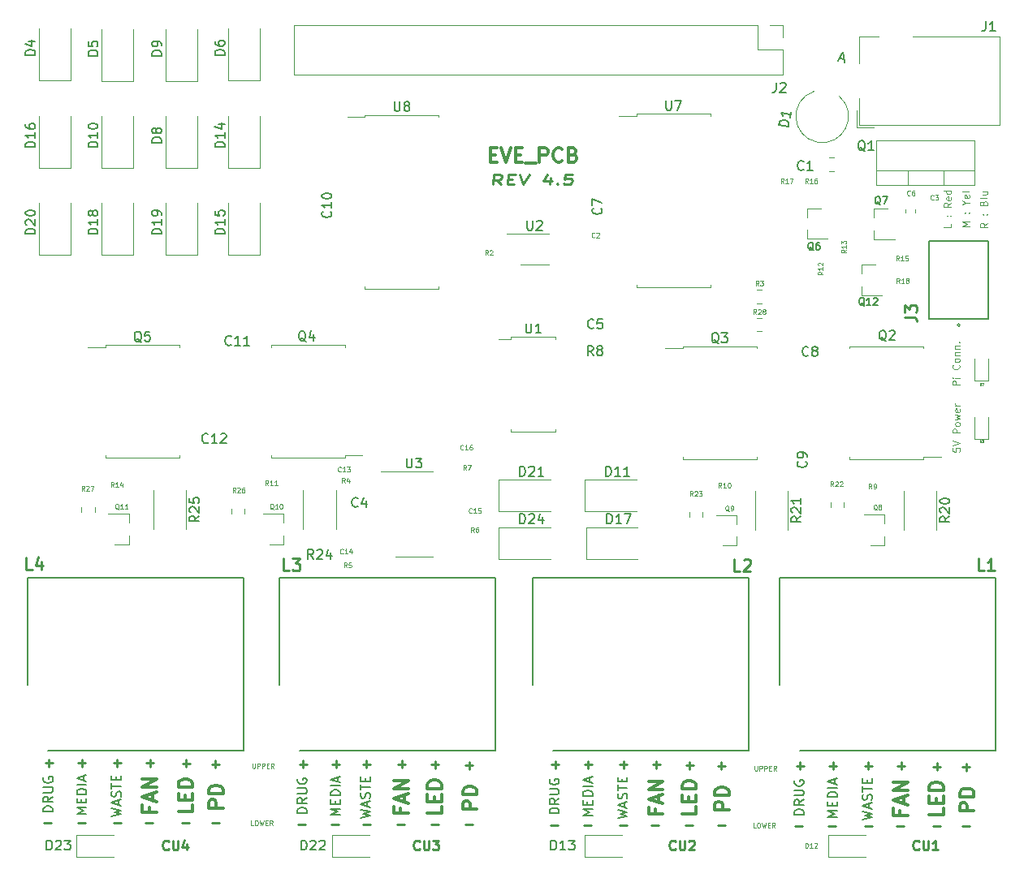
<source format=gbr>
G04 #@! TF.GenerationSoftware,KiCad,Pcbnew,5.1.5*
G04 #@! TF.CreationDate,2020-05-28T19:32:10-04:00*
G04 #@! TF.ProjectId,EVE-PCB-V4,4556452d-5043-4422-9d56-342e6b696361,rev?*
G04 #@! TF.SameCoordinates,Original*
G04 #@! TF.FileFunction,Legend,Top*
G04 #@! TF.FilePolarity,Positive*
%FSLAX46Y46*%
G04 Gerber Fmt 4.6, Leading zero omitted, Abs format (unit mm)*
G04 Created by KiCad (PCBNEW 5.1.5) date 2020-05-28 19:32:10*
%MOMM*%
%LPD*%
G04 APERTURE LIST*
%ADD10C,0.125000*%
%ADD11C,0.200000*%
%ADD12C,0.300000*%
%ADD13C,0.250000*%
%ADD14C,0.120000*%
%ADD15C,0.100000*%
%ADD16C,0.150000*%
%ADD17C,0.254000*%
%ADD18C,0.062500*%
G04 APERTURE END LIST*
D10*
X186165685Y-73860142D02*
X185415685Y-73860142D01*
X185415685Y-73574428D01*
X185451400Y-73503000D01*
X185487114Y-73467285D01*
X185558542Y-73431571D01*
X185665685Y-73431571D01*
X185737114Y-73467285D01*
X185772828Y-73503000D01*
X185808542Y-73574428D01*
X185808542Y-73860142D01*
X186165685Y-73110142D02*
X185665685Y-73110142D01*
X185415685Y-73110142D02*
X185451400Y-73145857D01*
X185487114Y-73110142D01*
X185451400Y-73074428D01*
X185415685Y-73110142D01*
X185487114Y-73110142D01*
X186094257Y-71753000D02*
X186129971Y-71788714D01*
X186165685Y-71895857D01*
X186165685Y-71967285D01*
X186129971Y-72074428D01*
X186058542Y-72145857D01*
X185987114Y-72181571D01*
X185844257Y-72217285D01*
X185737114Y-72217285D01*
X185594257Y-72181571D01*
X185522828Y-72145857D01*
X185451400Y-72074428D01*
X185415685Y-71967285D01*
X185415685Y-71895857D01*
X185451400Y-71788714D01*
X185487114Y-71753000D01*
X186165685Y-71324428D02*
X186129971Y-71395857D01*
X186094257Y-71431571D01*
X186022828Y-71467285D01*
X185808542Y-71467285D01*
X185737114Y-71431571D01*
X185701400Y-71395857D01*
X185665685Y-71324428D01*
X185665685Y-71217285D01*
X185701400Y-71145857D01*
X185737114Y-71110142D01*
X185808542Y-71074428D01*
X186022828Y-71074428D01*
X186094257Y-71110142D01*
X186129971Y-71145857D01*
X186165685Y-71217285D01*
X186165685Y-71324428D01*
X185665685Y-70753000D02*
X186165685Y-70753000D01*
X185737114Y-70753000D02*
X185701400Y-70717285D01*
X185665685Y-70645857D01*
X185665685Y-70538714D01*
X185701400Y-70467285D01*
X185772828Y-70431571D01*
X186165685Y-70431571D01*
X185665685Y-70074428D02*
X186165685Y-70074428D01*
X185737114Y-70074428D02*
X185701400Y-70038714D01*
X185665685Y-69967285D01*
X185665685Y-69860142D01*
X185701400Y-69788714D01*
X185772828Y-69753000D01*
X186165685Y-69753000D01*
X186094257Y-69395857D02*
X186129971Y-69360142D01*
X186165685Y-69395857D01*
X186129971Y-69431571D01*
X186094257Y-69395857D01*
X186165685Y-69395857D01*
X189061285Y-56952971D02*
X188704142Y-57202971D01*
X189061285Y-57381542D02*
X188311285Y-57381542D01*
X188311285Y-57095828D01*
X188347000Y-57024400D01*
X188382714Y-56988685D01*
X188454142Y-56952971D01*
X188561285Y-56952971D01*
X188632714Y-56988685D01*
X188668428Y-57024400D01*
X188704142Y-57095828D01*
X188704142Y-57381542D01*
X188989857Y-56060114D02*
X189025571Y-56024400D01*
X189061285Y-56060114D01*
X189025571Y-56095828D01*
X188989857Y-56060114D01*
X189061285Y-56060114D01*
X188597000Y-56060114D02*
X188632714Y-56024400D01*
X188668428Y-56060114D01*
X188632714Y-56095828D01*
X188597000Y-56060114D01*
X188668428Y-56060114D01*
X188668428Y-54881542D02*
X188704142Y-54774400D01*
X188739857Y-54738685D01*
X188811285Y-54702971D01*
X188918428Y-54702971D01*
X188989857Y-54738685D01*
X189025571Y-54774400D01*
X189061285Y-54845828D01*
X189061285Y-55131542D01*
X188311285Y-55131542D01*
X188311285Y-54881542D01*
X188347000Y-54810114D01*
X188382714Y-54774400D01*
X188454142Y-54738685D01*
X188525571Y-54738685D01*
X188597000Y-54774400D01*
X188632714Y-54810114D01*
X188668428Y-54881542D01*
X188668428Y-55131542D01*
X189061285Y-54274400D02*
X189025571Y-54345828D01*
X188954142Y-54381542D01*
X188311285Y-54381542D01*
X188561285Y-53667257D02*
X189061285Y-53667257D01*
X188561285Y-53988685D02*
X188954142Y-53988685D01*
X189025571Y-53952971D01*
X189061285Y-53881542D01*
X189061285Y-53774400D01*
X189025571Y-53702971D01*
X188989857Y-53667257D01*
X187181685Y-57312885D02*
X186431685Y-57312885D01*
X186967400Y-57062885D01*
X186431685Y-56812885D01*
X187181685Y-56812885D01*
X187110257Y-55884314D02*
X187145971Y-55848600D01*
X187181685Y-55884314D01*
X187145971Y-55920028D01*
X187110257Y-55884314D01*
X187181685Y-55884314D01*
X186717400Y-55884314D02*
X186753114Y-55848600D01*
X186788828Y-55884314D01*
X186753114Y-55920028D01*
X186717400Y-55884314D01*
X186788828Y-55884314D01*
X186824542Y-54812885D02*
X187181685Y-54812885D01*
X186431685Y-55062885D02*
X186824542Y-54812885D01*
X186431685Y-54562885D01*
X187145971Y-54027171D02*
X187181685Y-54098600D01*
X187181685Y-54241457D01*
X187145971Y-54312885D01*
X187074542Y-54348600D01*
X186788828Y-54348600D01*
X186717400Y-54312885D01*
X186681685Y-54241457D01*
X186681685Y-54098600D01*
X186717400Y-54027171D01*
X186788828Y-53991457D01*
X186860257Y-53991457D01*
X186931685Y-54348600D01*
X187181685Y-53562885D02*
X187145971Y-53634314D01*
X187074542Y-53670028D01*
X186431685Y-53670028D01*
X185302085Y-57027171D02*
X185302085Y-57384314D01*
X184552085Y-57384314D01*
X185230657Y-56205742D02*
X185266371Y-56170028D01*
X185302085Y-56205742D01*
X185266371Y-56241457D01*
X185230657Y-56205742D01*
X185302085Y-56205742D01*
X184837800Y-56205742D02*
X184873514Y-56170028D01*
X184909228Y-56205742D01*
X184873514Y-56241457D01*
X184837800Y-56205742D01*
X184909228Y-56205742D01*
X185302085Y-54848600D02*
X184944942Y-55098600D01*
X185302085Y-55277171D02*
X184552085Y-55277171D01*
X184552085Y-54991457D01*
X184587800Y-54920028D01*
X184623514Y-54884314D01*
X184694942Y-54848600D01*
X184802085Y-54848600D01*
X184873514Y-54884314D01*
X184909228Y-54920028D01*
X184944942Y-54991457D01*
X184944942Y-55277171D01*
X185266371Y-54241457D02*
X185302085Y-54312885D01*
X185302085Y-54455742D01*
X185266371Y-54527171D01*
X185194942Y-54562885D01*
X184909228Y-54562885D01*
X184837800Y-54527171D01*
X184802085Y-54455742D01*
X184802085Y-54312885D01*
X184837800Y-54241457D01*
X184909228Y-54205742D01*
X184980657Y-54205742D01*
X185052085Y-54562885D01*
X185302085Y-53562885D02*
X184552085Y-53562885D01*
X185266371Y-53562885D02*
X185302085Y-53634314D01*
X185302085Y-53777171D01*
X185266371Y-53848600D01*
X185230657Y-53884314D01*
X185159228Y-53920028D01*
X184944942Y-53920028D01*
X184873514Y-53884314D01*
X184837800Y-53848600D01*
X184802085Y-53777171D01*
X184802085Y-53634314D01*
X184837800Y-53562885D01*
D11*
X150518880Y-119070166D02*
X151518880Y-118832071D01*
X150804595Y-118641595D01*
X151518880Y-118451119D01*
X150518880Y-118213023D01*
X151233166Y-117879690D02*
X151233166Y-117403500D01*
X151518880Y-117974928D02*
X150518880Y-117641595D01*
X151518880Y-117308261D01*
X151471261Y-117022547D02*
X151518880Y-116879690D01*
X151518880Y-116641595D01*
X151471261Y-116546357D01*
X151423642Y-116498738D01*
X151328404Y-116451119D01*
X151233166Y-116451119D01*
X151137928Y-116498738D01*
X151090309Y-116546357D01*
X151042690Y-116641595D01*
X150995071Y-116832071D01*
X150947452Y-116927309D01*
X150899833Y-116974928D01*
X150804595Y-117022547D01*
X150709357Y-117022547D01*
X150614119Y-116974928D01*
X150566500Y-116927309D01*
X150518880Y-116832071D01*
X150518880Y-116593976D01*
X150566500Y-116451119D01*
X150518880Y-116165404D02*
X150518880Y-115593976D01*
X151518880Y-115879690D02*
X150518880Y-115879690D01*
X150995071Y-115260642D02*
X150995071Y-114927309D01*
X151518880Y-114784452D02*
X151518880Y-115260642D01*
X150518880Y-115260642D01*
X150518880Y-114784452D01*
D10*
X185466485Y-80422885D02*
X185466485Y-80780028D01*
X185823628Y-80815742D01*
X185787914Y-80780028D01*
X185752200Y-80708600D01*
X185752200Y-80530028D01*
X185787914Y-80458600D01*
X185823628Y-80422885D01*
X185895057Y-80387171D01*
X186073628Y-80387171D01*
X186145057Y-80422885D01*
X186180771Y-80458600D01*
X186216485Y-80530028D01*
X186216485Y-80708600D01*
X186180771Y-80780028D01*
X186145057Y-80815742D01*
X185466485Y-80172885D02*
X186216485Y-79922885D01*
X185466485Y-79672885D01*
X186216485Y-78851457D02*
X185466485Y-78851457D01*
X185466485Y-78565742D01*
X185502200Y-78494314D01*
X185537914Y-78458600D01*
X185609342Y-78422885D01*
X185716485Y-78422885D01*
X185787914Y-78458600D01*
X185823628Y-78494314D01*
X185859342Y-78565742D01*
X185859342Y-78851457D01*
X186216485Y-77994314D02*
X186180771Y-78065742D01*
X186145057Y-78101457D01*
X186073628Y-78137171D01*
X185859342Y-78137171D01*
X185787914Y-78101457D01*
X185752200Y-78065742D01*
X185716485Y-77994314D01*
X185716485Y-77887171D01*
X185752200Y-77815742D01*
X185787914Y-77780028D01*
X185859342Y-77744314D01*
X186073628Y-77744314D01*
X186145057Y-77780028D01*
X186180771Y-77815742D01*
X186216485Y-77887171D01*
X186216485Y-77994314D01*
X185716485Y-77494314D02*
X186216485Y-77351457D01*
X185859342Y-77208600D01*
X186216485Y-77065742D01*
X185716485Y-76922885D01*
X186180771Y-76351457D02*
X186216485Y-76422885D01*
X186216485Y-76565742D01*
X186180771Y-76637171D01*
X186109342Y-76672885D01*
X185823628Y-76672885D01*
X185752200Y-76637171D01*
X185716485Y-76565742D01*
X185716485Y-76422885D01*
X185752200Y-76351457D01*
X185823628Y-76315742D01*
X185895057Y-76315742D01*
X185966485Y-76672885D01*
X186216485Y-75994314D02*
X185716485Y-75994314D01*
X185859342Y-75994314D02*
X185787914Y-75958600D01*
X185752200Y-75922885D01*
X185716485Y-75851457D01*
X185716485Y-75780028D01*
X112541952Y-119796690D02*
X112303857Y-119796690D01*
X112303857Y-119296690D01*
X112803857Y-119296690D02*
X112899095Y-119296690D01*
X112946714Y-119320500D01*
X112994333Y-119368119D01*
X113018142Y-119463357D01*
X113018142Y-119630023D01*
X112994333Y-119725261D01*
X112946714Y-119772880D01*
X112899095Y-119796690D01*
X112803857Y-119796690D01*
X112756238Y-119772880D01*
X112708619Y-119725261D01*
X112684809Y-119630023D01*
X112684809Y-119463357D01*
X112708619Y-119368119D01*
X112756238Y-119320500D01*
X112803857Y-119296690D01*
X113184809Y-119296690D02*
X113303857Y-119796690D01*
X113399095Y-119439547D01*
X113494333Y-119796690D01*
X113613380Y-119296690D01*
X113803857Y-119534785D02*
X113970523Y-119534785D01*
X114041952Y-119796690D02*
X113803857Y-119796690D01*
X113803857Y-119296690D01*
X114041952Y-119296690D01*
X114541952Y-119796690D02*
X114375285Y-119558595D01*
X114256238Y-119796690D02*
X114256238Y-119296690D01*
X114446714Y-119296690D01*
X114494333Y-119320500D01*
X114518142Y-119344309D01*
X114541952Y-119391928D01*
X114541952Y-119463357D01*
X114518142Y-119510976D01*
X114494333Y-119534785D01*
X114446714Y-119558595D01*
X114256238Y-119558595D01*
D12*
X132187071Y-117804285D02*
X132187071Y-118518571D01*
X130687071Y-118518571D01*
X131401357Y-117304285D02*
X131401357Y-116804285D01*
X132187071Y-116590000D02*
X132187071Y-117304285D01*
X130687071Y-117304285D01*
X130687071Y-116590000D01*
X132187071Y-115947142D02*
X130687071Y-115947142D01*
X130687071Y-115590000D01*
X130758500Y-115375714D01*
X130901357Y-115232857D01*
X131044214Y-115161428D01*
X131329928Y-115090000D01*
X131544214Y-115090000D01*
X131829928Y-115161428D01*
X131972785Y-115232857D01*
X132115642Y-115375714D01*
X132187071Y-115590000D01*
X132187071Y-115947142D01*
D10*
X112418952Y-113327690D02*
X112418952Y-113732452D01*
X112442761Y-113780071D01*
X112466571Y-113803880D01*
X112514190Y-113827690D01*
X112609428Y-113827690D01*
X112657047Y-113803880D01*
X112680857Y-113780071D01*
X112704666Y-113732452D01*
X112704666Y-113327690D01*
X112942761Y-113827690D02*
X112942761Y-113327690D01*
X113133238Y-113327690D01*
X113180857Y-113351500D01*
X113204666Y-113375309D01*
X113228476Y-113422928D01*
X113228476Y-113494357D01*
X113204666Y-113541976D01*
X113180857Y-113565785D01*
X113133238Y-113589595D01*
X112942761Y-113589595D01*
X113442761Y-113827690D02*
X113442761Y-113327690D01*
X113633238Y-113327690D01*
X113680857Y-113351500D01*
X113704666Y-113375309D01*
X113728476Y-113422928D01*
X113728476Y-113494357D01*
X113704666Y-113541976D01*
X113680857Y-113565785D01*
X113633238Y-113589595D01*
X113442761Y-113589595D01*
X113942761Y-113565785D02*
X114109428Y-113565785D01*
X114180857Y-113827690D02*
X113942761Y-113827690D01*
X113942761Y-113327690D01*
X114180857Y-113327690D01*
X114680857Y-113827690D02*
X114514190Y-113589595D01*
X114395142Y-113827690D02*
X114395142Y-113327690D01*
X114585619Y-113327690D01*
X114633238Y-113351500D01*
X114657047Y-113375309D01*
X114680857Y-113422928D01*
X114680857Y-113494357D01*
X114657047Y-113541976D01*
X114633238Y-113565785D01*
X114585619Y-113589595D01*
X114395142Y-113589595D01*
D12*
X135870071Y-118109857D02*
X134370071Y-118109857D01*
X134370071Y-117538428D01*
X134441500Y-117395571D01*
X134512928Y-117324142D01*
X134655785Y-117252714D01*
X134870071Y-117252714D01*
X135012928Y-117324142D01*
X135084357Y-117395571D01*
X135155785Y-117538428D01*
X135155785Y-118109857D01*
X135870071Y-116609857D02*
X134370071Y-116609857D01*
X134370071Y-116252714D01*
X134441500Y-116038428D01*
X134584357Y-115895571D01*
X134727214Y-115824142D01*
X135012928Y-115752714D01*
X135227214Y-115752714D01*
X135512928Y-115824142D01*
X135655785Y-115895571D01*
X135798642Y-116038428D01*
X135870071Y-116252714D01*
X135870071Y-116609857D01*
X127908857Y-118054285D02*
X127908857Y-118554285D01*
X128694571Y-118554285D02*
X127194571Y-118554285D01*
X127194571Y-117840000D01*
X128266000Y-117340000D02*
X128266000Y-116625714D01*
X128694571Y-117482857D02*
X127194571Y-116982857D01*
X128694571Y-116482857D01*
X128694571Y-115982857D02*
X127194571Y-115982857D01*
X128694571Y-115125714D01*
X127194571Y-115125714D01*
D13*
X123952047Y-113418928D02*
X124713952Y-113418928D01*
X124333000Y-113799880D02*
X124333000Y-113037976D01*
X127635047Y-113418928D02*
X128396952Y-113418928D01*
X128016000Y-113799880D02*
X128016000Y-113037976D01*
X131127547Y-113482428D02*
X131889452Y-113482428D01*
X131508500Y-113863380D02*
X131508500Y-113101476D01*
X134683547Y-113545928D02*
X135445452Y-113545928D01*
X135064500Y-113926880D02*
X135064500Y-113164976D01*
D11*
X123721880Y-119006666D02*
X124721880Y-118768571D01*
X124007595Y-118578095D01*
X124721880Y-118387619D01*
X123721880Y-118149523D01*
X124436166Y-117816190D02*
X124436166Y-117340000D01*
X124721880Y-117911428D02*
X123721880Y-117578095D01*
X124721880Y-117244761D01*
X124674261Y-116959047D02*
X124721880Y-116816190D01*
X124721880Y-116578095D01*
X124674261Y-116482857D01*
X124626642Y-116435238D01*
X124531404Y-116387619D01*
X124436166Y-116387619D01*
X124340928Y-116435238D01*
X124293309Y-116482857D01*
X124245690Y-116578095D01*
X124198071Y-116768571D01*
X124150452Y-116863809D01*
X124102833Y-116911428D01*
X124007595Y-116959047D01*
X123912357Y-116959047D01*
X123817119Y-116911428D01*
X123769500Y-116863809D01*
X123721880Y-116768571D01*
X123721880Y-116530476D01*
X123769500Y-116387619D01*
X123721880Y-116101904D02*
X123721880Y-115530476D01*
X124721880Y-115816190D02*
X123721880Y-115816190D01*
X124198071Y-115197142D02*
X124198071Y-114863809D01*
X124721880Y-114720952D02*
X124721880Y-115197142D01*
X123721880Y-115197142D01*
X123721880Y-114720952D01*
D13*
X117221047Y-119705428D02*
X117982952Y-119705428D01*
X120713547Y-119705428D02*
X121475452Y-119705428D01*
X117348047Y-113418928D02*
X118109952Y-113418928D01*
X117729000Y-113799880D02*
X117729000Y-113037976D01*
X123952047Y-119705428D02*
X124713952Y-119705428D01*
D11*
X118117880Y-118498714D02*
X117117880Y-118498714D01*
X117117880Y-118260619D01*
X117165500Y-118117761D01*
X117260738Y-118022523D01*
X117355976Y-117974904D01*
X117546452Y-117927285D01*
X117689309Y-117927285D01*
X117879785Y-117974904D01*
X117975023Y-118022523D01*
X118070261Y-118117761D01*
X118117880Y-118260619D01*
X118117880Y-118498714D01*
X118117880Y-116927285D02*
X117641690Y-117260619D01*
X118117880Y-117498714D02*
X117117880Y-117498714D01*
X117117880Y-117117761D01*
X117165500Y-117022523D01*
X117213119Y-116974904D01*
X117308357Y-116927285D01*
X117451214Y-116927285D01*
X117546452Y-116974904D01*
X117594071Y-117022523D01*
X117641690Y-117117761D01*
X117641690Y-117498714D01*
X117117880Y-116498714D02*
X117927404Y-116498714D01*
X118022642Y-116451095D01*
X118070261Y-116403476D01*
X118117880Y-116308238D01*
X118117880Y-116117761D01*
X118070261Y-116022523D01*
X118022642Y-115974904D01*
X117927404Y-115927285D01*
X117117880Y-115927285D01*
X117165500Y-114927285D02*
X117117880Y-115022523D01*
X117117880Y-115165380D01*
X117165500Y-115308238D01*
X117260738Y-115403476D01*
X117355976Y-115451095D01*
X117546452Y-115498714D01*
X117689309Y-115498714D01*
X117879785Y-115451095D01*
X117975023Y-115403476D01*
X118070261Y-115308238D01*
X118117880Y-115165380D01*
X118117880Y-115070142D01*
X118070261Y-114927285D01*
X118022642Y-114879666D01*
X117689309Y-114879666D01*
X117689309Y-115070142D01*
D13*
X134683547Y-119705428D02*
X135445452Y-119705428D01*
D11*
X121610380Y-118728880D02*
X120610380Y-118728880D01*
X121324666Y-118395547D01*
X120610380Y-118062214D01*
X121610380Y-118062214D01*
X121086571Y-117586023D02*
X121086571Y-117252690D01*
X121610380Y-117109833D02*
X121610380Y-117586023D01*
X120610380Y-117586023D01*
X120610380Y-117109833D01*
X121610380Y-116681261D02*
X120610380Y-116681261D01*
X120610380Y-116443166D01*
X120658000Y-116300309D01*
X120753238Y-116205071D01*
X120848476Y-116157452D01*
X121038952Y-116109833D01*
X121181809Y-116109833D01*
X121372285Y-116157452D01*
X121467523Y-116205071D01*
X121562761Y-116300309D01*
X121610380Y-116443166D01*
X121610380Y-116681261D01*
X121610380Y-115681261D02*
X120610380Y-115681261D01*
X121324666Y-115252690D02*
X121324666Y-114776500D01*
X121610380Y-115347928D02*
X120610380Y-115014595D01*
X121610380Y-114681261D01*
D13*
X131064047Y-119705428D02*
X131825952Y-119705428D01*
X127508047Y-119705428D02*
X128269952Y-119705428D01*
X120777047Y-113418928D02*
X121538952Y-113418928D01*
X121158000Y-113799880D02*
X121158000Y-113037976D01*
X108204047Y-119578428D02*
X108965952Y-119578428D01*
X94297547Y-113291928D02*
X95059452Y-113291928D01*
X94678500Y-113672880D02*
X94678500Y-112910976D01*
X101409547Y-113291928D02*
X102171452Y-113291928D01*
X101790500Y-113672880D02*
X101790500Y-112910976D01*
D12*
X101683357Y-117927285D02*
X101683357Y-118427285D01*
X102469071Y-118427285D02*
X100969071Y-118427285D01*
X100969071Y-117713000D01*
X102040500Y-117213000D02*
X102040500Y-116498714D01*
X102469071Y-117355857D02*
X100969071Y-116855857D01*
X102469071Y-116355857D01*
X102469071Y-115855857D02*
X100969071Y-115855857D01*
X102469071Y-114998714D01*
X100969071Y-114998714D01*
D13*
X94234047Y-119578428D02*
X94995952Y-119578428D01*
X101282547Y-119578428D02*
X102044452Y-119578428D01*
D12*
X106215571Y-117677285D02*
X106215571Y-118391571D01*
X104715571Y-118391571D01*
X105429857Y-117177285D02*
X105429857Y-116677285D01*
X106215571Y-116463000D02*
X106215571Y-117177285D01*
X104715571Y-117177285D01*
X104715571Y-116463000D01*
X106215571Y-115820142D02*
X104715571Y-115820142D01*
X104715571Y-115463000D01*
X104787000Y-115248714D01*
X104929857Y-115105857D01*
X105072714Y-115034428D01*
X105358428Y-114963000D01*
X105572714Y-114963000D01*
X105858428Y-115034428D01*
X106001285Y-115105857D01*
X106144142Y-115248714D01*
X106215571Y-115463000D01*
X106215571Y-115820142D01*
D13*
X97980547Y-119578428D02*
X98742452Y-119578428D01*
D12*
X109390571Y-117982857D02*
X107890571Y-117982857D01*
X107890571Y-117411428D01*
X107962000Y-117268571D01*
X108033428Y-117197142D01*
X108176285Y-117125714D01*
X108390571Y-117125714D01*
X108533428Y-117197142D01*
X108604857Y-117268571D01*
X108676285Y-117411428D01*
X108676285Y-117982857D01*
X109390571Y-116482857D02*
X107890571Y-116482857D01*
X107890571Y-116125714D01*
X107962000Y-115911428D01*
X108104857Y-115768571D01*
X108247714Y-115697142D01*
X108533428Y-115625714D01*
X108747714Y-115625714D01*
X109033428Y-115697142D01*
X109176285Y-115768571D01*
X109319142Y-115911428D01*
X109390571Y-116125714D01*
X109390571Y-116482857D01*
D13*
X90741547Y-119578428D02*
X91503452Y-119578428D01*
X90868547Y-113291928D02*
X91630452Y-113291928D01*
X91249500Y-113672880D02*
X91249500Y-112910976D01*
D11*
X91638380Y-118371714D02*
X90638380Y-118371714D01*
X90638380Y-118133619D01*
X90686000Y-117990761D01*
X90781238Y-117895523D01*
X90876476Y-117847904D01*
X91066952Y-117800285D01*
X91209809Y-117800285D01*
X91400285Y-117847904D01*
X91495523Y-117895523D01*
X91590761Y-117990761D01*
X91638380Y-118133619D01*
X91638380Y-118371714D01*
X91638380Y-116800285D02*
X91162190Y-117133619D01*
X91638380Y-117371714D02*
X90638380Y-117371714D01*
X90638380Y-116990761D01*
X90686000Y-116895523D01*
X90733619Y-116847904D01*
X90828857Y-116800285D01*
X90971714Y-116800285D01*
X91066952Y-116847904D01*
X91114571Y-116895523D01*
X91162190Y-116990761D01*
X91162190Y-117371714D01*
X90638380Y-116371714D02*
X91447904Y-116371714D01*
X91543142Y-116324095D01*
X91590761Y-116276476D01*
X91638380Y-116181238D01*
X91638380Y-115990761D01*
X91590761Y-115895523D01*
X91543142Y-115847904D01*
X91447904Y-115800285D01*
X90638380Y-115800285D01*
X90686000Y-114800285D02*
X90638380Y-114895523D01*
X90638380Y-115038380D01*
X90686000Y-115181238D01*
X90781238Y-115276476D01*
X90876476Y-115324095D01*
X91066952Y-115371714D01*
X91209809Y-115371714D01*
X91400285Y-115324095D01*
X91495523Y-115276476D01*
X91590761Y-115181238D01*
X91638380Y-115038380D01*
X91638380Y-114943142D01*
X91590761Y-114800285D01*
X91543142Y-114752666D01*
X91209809Y-114752666D01*
X91209809Y-114943142D01*
D13*
X108204047Y-113418928D02*
X108965952Y-113418928D01*
X108585000Y-113799880D02*
X108585000Y-113037976D01*
X97980547Y-113291928D02*
X98742452Y-113291928D01*
X98361500Y-113672880D02*
X98361500Y-112910976D01*
X105092547Y-119578428D02*
X105854452Y-119578428D01*
D11*
X95130880Y-118601880D02*
X94130880Y-118601880D01*
X94845166Y-118268547D01*
X94130880Y-117935214D01*
X95130880Y-117935214D01*
X94607071Y-117459023D02*
X94607071Y-117125690D01*
X95130880Y-116982833D02*
X95130880Y-117459023D01*
X94130880Y-117459023D01*
X94130880Y-116982833D01*
X95130880Y-116554261D02*
X94130880Y-116554261D01*
X94130880Y-116316166D01*
X94178500Y-116173309D01*
X94273738Y-116078071D01*
X94368976Y-116030452D01*
X94559452Y-115982833D01*
X94702309Y-115982833D01*
X94892785Y-116030452D01*
X94988023Y-116078071D01*
X95083261Y-116173309D01*
X95130880Y-116316166D01*
X95130880Y-116554261D01*
X95130880Y-115554261D02*
X94130880Y-115554261D01*
X94845166Y-115125690D02*
X94845166Y-114649500D01*
X95130880Y-115220928D02*
X94130880Y-114887595D01*
X95130880Y-114554261D01*
D13*
X105156047Y-113355428D02*
X105917952Y-113355428D01*
X105537000Y-113736380D02*
X105537000Y-112974476D01*
D11*
X97750380Y-118879666D02*
X98750380Y-118641571D01*
X98036095Y-118451095D01*
X98750380Y-118260619D01*
X97750380Y-118022523D01*
X98464666Y-117689190D02*
X98464666Y-117213000D01*
X98750380Y-117784428D02*
X97750380Y-117451095D01*
X98750380Y-117117761D01*
X98702761Y-116832047D02*
X98750380Y-116689190D01*
X98750380Y-116451095D01*
X98702761Y-116355857D01*
X98655142Y-116308238D01*
X98559904Y-116260619D01*
X98464666Y-116260619D01*
X98369428Y-116308238D01*
X98321809Y-116355857D01*
X98274190Y-116451095D01*
X98226571Y-116641571D01*
X98178952Y-116736809D01*
X98131333Y-116784428D01*
X98036095Y-116832047D01*
X97940857Y-116832047D01*
X97845619Y-116784428D01*
X97798000Y-116736809D01*
X97750380Y-116641571D01*
X97750380Y-116403476D01*
X97798000Y-116260619D01*
X97750380Y-115974904D02*
X97750380Y-115403476D01*
X98750380Y-115689190D02*
X97750380Y-115689190D01*
X98226571Y-115070142D02*
X98226571Y-114736809D01*
X98750380Y-114593952D02*
X98750380Y-115070142D01*
X97750380Y-115070142D01*
X97750380Y-114593952D01*
D12*
X158730071Y-117867785D02*
X158730071Y-118582071D01*
X157230071Y-118582071D01*
X157944357Y-117367785D02*
X157944357Y-116867785D01*
X158730071Y-116653500D02*
X158730071Y-117367785D01*
X157230071Y-117367785D01*
X157230071Y-116653500D01*
X158730071Y-116010642D02*
X157230071Y-116010642D01*
X157230071Y-115653500D01*
X157301500Y-115439214D01*
X157444357Y-115296357D01*
X157587214Y-115224928D01*
X157872928Y-115153500D01*
X158087214Y-115153500D01*
X158372928Y-115224928D01*
X158515785Y-115296357D01*
X158658642Y-115439214D01*
X158730071Y-115653500D01*
X158730071Y-116010642D01*
X162159071Y-118173357D02*
X160659071Y-118173357D01*
X160659071Y-117601928D01*
X160730500Y-117459071D01*
X160801928Y-117387642D01*
X160944785Y-117316214D01*
X161159071Y-117316214D01*
X161301928Y-117387642D01*
X161373357Y-117459071D01*
X161444785Y-117601928D01*
X161444785Y-118173357D01*
X162159071Y-116673357D02*
X160659071Y-116673357D01*
X160659071Y-116316214D01*
X160730500Y-116101928D01*
X160873357Y-115959071D01*
X161016214Y-115887642D01*
X161301928Y-115816214D01*
X161516214Y-115816214D01*
X161801928Y-115887642D01*
X161944785Y-115959071D01*
X162087642Y-116101928D01*
X162159071Y-116316214D01*
X162159071Y-116673357D01*
X154451857Y-118117785D02*
X154451857Y-118617785D01*
X155237571Y-118617785D02*
X153737571Y-118617785D01*
X153737571Y-117903500D01*
X154809000Y-117403500D02*
X154809000Y-116689214D01*
X155237571Y-117546357D02*
X153737571Y-117046357D01*
X155237571Y-116546357D01*
X155237571Y-116046357D02*
X153737571Y-116046357D01*
X155237571Y-115189214D01*
X153737571Y-115189214D01*
D13*
X150749047Y-113482428D02*
X151510952Y-113482428D01*
X151130000Y-113863380D02*
X151130000Y-113101476D01*
X154178047Y-113482428D02*
X154939952Y-113482428D01*
X154559000Y-113863380D02*
X154559000Y-113101476D01*
X157670547Y-113545928D02*
X158432452Y-113545928D01*
X158051500Y-113926880D02*
X158051500Y-113164976D01*
X160972547Y-113609428D02*
X161734452Y-113609428D01*
X161353500Y-113990380D02*
X161353500Y-113228476D01*
X143510047Y-119768928D02*
X144271952Y-119768928D01*
X147002547Y-119768928D02*
X147764452Y-119768928D01*
X143637047Y-113482428D02*
X144398952Y-113482428D01*
X144018000Y-113863380D02*
X144018000Y-113101476D01*
X150749047Y-119768928D02*
X151510952Y-119768928D01*
D11*
X144406880Y-118562214D02*
X143406880Y-118562214D01*
X143406880Y-118324119D01*
X143454500Y-118181261D01*
X143549738Y-118086023D01*
X143644976Y-118038404D01*
X143835452Y-117990785D01*
X143978309Y-117990785D01*
X144168785Y-118038404D01*
X144264023Y-118086023D01*
X144359261Y-118181261D01*
X144406880Y-118324119D01*
X144406880Y-118562214D01*
X144406880Y-116990785D02*
X143930690Y-117324119D01*
X144406880Y-117562214D02*
X143406880Y-117562214D01*
X143406880Y-117181261D01*
X143454500Y-117086023D01*
X143502119Y-117038404D01*
X143597357Y-116990785D01*
X143740214Y-116990785D01*
X143835452Y-117038404D01*
X143883071Y-117086023D01*
X143930690Y-117181261D01*
X143930690Y-117562214D01*
X143406880Y-116562214D02*
X144216404Y-116562214D01*
X144311642Y-116514595D01*
X144359261Y-116466976D01*
X144406880Y-116371738D01*
X144406880Y-116181261D01*
X144359261Y-116086023D01*
X144311642Y-116038404D01*
X144216404Y-115990785D01*
X143406880Y-115990785D01*
X143454500Y-114990785D02*
X143406880Y-115086023D01*
X143406880Y-115228880D01*
X143454500Y-115371738D01*
X143549738Y-115466976D01*
X143644976Y-115514595D01*
X143835452Y-115562214D01*
X143978309Y-115562214D01*
X144168785Y-115514595D01*
X144264023Y-115466976D01*
X144359261Y-115371738D01*
X144406880Y-115228880D01*
X144406880Y-115133642D01*
X144359261Y-114990785D01*
X144311642Y-114943166D01*
X143978309Y-114943166D01*
X143978309Y-115133642D01*
D13*
X160972547Y-119768928D02*
X161734452Y-119768928D01*
D11*
X147899380Y-118792380D02*
X146899380Y-118792380D01*
X147613666Y-118459047D01*
X146899380Y-118125714D01*
X147899380Y-118125714D01*
X147375571Y-117649523D02*
X147375571Y-117316190D01*
X147899380Y-117173333D02*
X147899380Y-117649523D01*
X146899380Y-117649523D01*
X146899380Y-117173333D01*
X147899380Y-116744761D02*
X146899380Y-116744761D01*
X146899380Y-116506666D01*
X146947000Y-116363809D01*
X147042238Y-116268571D01*
X147137476Y-116220952D01*
X147327952Y-116173333D01*
X147470809Y-116173333D01*
X147661285Y-116220952D01*
X147756523Y-116268571D01*
X147851761Y-116363809D01*
X147899380Y-116506666D01*
X147899380Y-116744761D01*
X147899380Y-115744761D02*
X146899380Y-115744761D01*
X147613666Y-115316190D02*
X147613666Y-114840000D01*
X147899380Y-115411428D02*
X146899380Y-115078095D01*
X147899380Y-114744761D01*
D13*
X157607047Y-119768928D02*
X158368952Y-119768928D01*
X154051047Y-119768928D02*
X154812952Y-119768928D01*
X147066047Y-113482428D02*
X147827952Y-113482428D01*
X147447000Y-113863380D02*
X147447000Y-113101476D01*
X169037047Y-119895928D02*
X169798952Y-119895928D01*
X172529547Y-119895928D02*
X173291452Y-119895928D01*
X176276047Y-119895928D02*
X177037952Y-119895928D01*
X179578047Y-119895928D02*
X180339952Y-119895928D01*
X183388047Y-119895928D02*
X184149952Y-119895928D01*
X186499547Y-119895928D02*
X187261452Y-119895928D01*
X169164047Y-113609428D02*
X169925952Y-113609428D01*
X169545000Y-113990380D02*
X169545000Y-113228476D01*
X172593047Y-113609428D02*
X173354952Y-113609428D01*
X172974000Y-113990380D02*
X172974000Y-113228476D01*
D11*
X169933880Y-118689214D02*
X168933880Y-118689214D01*
X168933880Y-118451119D01*
X168981500Y-118308261D01*
X169076738Y-118213023D01*
X169171976Y-118165404D01*
X169362452Y-118117785D01*
X169505309Y-118117785D01*
X169695785Y-118165404D01*
X169791023Y-118213023D01*
X169886261Y-118308261D01*
X169933880Y-118451119D01*
X169933880Y-118689214D01*
X169933880Y-117117785D02*
X169457690Y-117451119D01*
X169933880Y-117689214D02*
X168933880Y-117689214D01*
X168933880Y-117308261D01*
X168981500Y-117213023D01*
X169029119Y-117165404D01*
X169124357Y-117117785D01*
X169267214Y-117117785D01*
X169362452Y-117165404D01*
X169410071Y-117213023D01*
X169457690Y-117308261D01*
X169457690Y-117689214D01*
X168933880Y-116689214D02*
X169743404Y-116689214D01*
X169838642Y-116641595D01*
X169886261Y-116593976D01*
X169933880Y-116498738D01*
X169933880Y-116308261D01*
X169886261Y-116213023D01*
X169838642Y-116165404D01*
X169743404Y-116117785D01*
X168933880Y-116117785D01*
X168981500Y-115117785D02*
X168933880Y-115213023D01*
X168933880Y-115355880D01*
X168981500Y-115498738D01*
X169076738Y-115593976D01*
X169171976Y-115641595D01*
X169362452Y-115689214D01*
X169505309Y-115689214D01*
X169695785Y-115641595D01*
X169791023Y-115593976D01*
X169886261Y-115498738D01*
X169933880Y-115355880D01*
X169933880Y-115260642D01*
X169886261Y-115117785D01*
X169838642Y-115070166D01*
X169505309Y-115070166D01*
X169505309Y-115260642D01*
X173426380Y-118919380D02*
X172426380Y-118919380D01*
X173140666Y-118586047D01*
X172426380Y-118252714D01*
X173426380Y-118252714D01*
X172902571Y-117776523D02*
X172902571Y-117443190D01*
X173426380Y-117300333D02*
X173426380Y-117776523D01*
X172426380Y-117776523D01*
X172426380Y-117300333D01*
X173426380Y-116871761D02*
X172426380Y-116871761D01*
X172426380Y-116633666D01*
X172474000Y-116490809D01*
X172569238Y-116395571D01*
X172664476Y-116347952D01*
X172854952Y-116300333D01*
X172997809Y-116300333D01*
X173188285Y-116347952D01*
X173283523Y-116395571D01*
X173378761Y-116490809D01*
X173426380Y-116633666D01*
X173426380Y-116871761D01*
X173426380Y-115871761D02*
X172426380Y-115871761D01*
X173140666Y-115443190D02*
X173140666Y-114967000D01*
X173426380Y-115538428D02*
X172426380Y-115205095D01*
X173426380Y-114871761D01*
D13*
X176276047Y-113609428D02*
X177037952Y-113609428D01*
X176657000Y-113990380D02*
X176657000Y-113228476D01*
X179705047Y-113609428D02*
X180466952Y-113609428D01*
X180086000Y-113990380D02*
X180086000Y-113228476D01*
X183451547Y-113672928D02*
X184213452Y-113672928D01*
X183832500Y-114053880D02*
X183832500Y-113291976D01*
X186499547Y-113736428D02*
X187261452Y-113736428D01*
X186880500Y-114117380D02*
X186880500Y-113355476D01*
D11*
X176045880Y-119197166D02*
X177045880Y-118959071D01*
X176331595Y-118768595D01*
X177045880Y-118578119D01*
X176045880Y-118340023D01*
X176760166Y-118006690D02*
X176760166Y-117530500D01*
X177045880Y-118101928D02*
X176045880Y-117768595D01*
X177045880Y-117435261D01*
X176998261Y-117149547D02*
X177045880Y-117006690D01*
X177045880Y-116768595D01*
X176998261Y-116673357D01*
X176950642Y-116625738D01*
X176855404Y-116578119D01*
X176760166Y-116578119D01*
X176664928Y-116625738D01*
X176617309Y-116673357D01*
X176569690Y-116768595D01*
X176522071Y-116959071D01*
X176474452Y-117054309D01*
X176426833Y-117101928D01*
X176331595Y-117149547D01*
X176236357Y-117149547D01*
X176141119Y-117101928D01*
X176093500Y-117054309D01*
X176045880Y-116959071D01*
X176045880Y-116720976D01*
X176093500Y-116578119D01*
X176045880Y-116292404D02*
X176045880Y-115720976D01*
X177045880Y-116006690D02*
X176045880Y-116006690D01*
X176522071Y-115387642D02*
X176522071Y-115054309D01*
X177045880Y-114911452D02*
X177045880Y-115387642D01*
X176045880Y-115387642D01*
X176045880Y-114911452D01*
D12*
X179978857Y-118244785D02*
X179978857Y-118744785D01*
X180764571Y-118744785D02*
X179264571Y-118744785D01*
X179264571Y-118030500D01*
X180336000Y-117530500D02*
X180336000Y-116816214D01*
X180764571Y-117673357D02*
X179264571Y-117173357D01*
X180764571Y-116673357D01*
X180764571Y-116173357D02*
X179264571Y-116173357D01*
X180764571Y-115316214D01*
X179264571Y-115316214D01*
X184511071Y-117994785D02*
X184511071Y-118709071D01*
X183011071Y-118709071D01*
X183725357Y-117494785D02*
X183725357Y-116994785D01*
X184511071Y-116780500D02*
X184511071Y-117494785D01*
X183011071Y-117494785D01*
X183011071Y-116780500D01*
X184511071Y-116137642D02*
X183011071Y-116137642D01*
X183011071Y-115780500D01*
X183082500Y-115566214D01*
X183225357Y-115423357D01*
X183368214Y-115351928D01*
X183653928Y-115280500D01*
X183868214Y-115280500D01*
X184153928Y-115351928D01*
X184296785Y-115423357D01*
X184439642Y-115566214D01*
X184511071Y-115780500D01*
X184511071Y-116137642D01*
D10*
X164806452Y-113581690D02*
X164806452Y-113986452D01*
X164830261Y-114034071D01*
X164854071Y-114057880D01*
X164901690Y-114081690D01*
X164996928Y-114081690D01*
X165044547Y-114057880D01*
X165068357Y-114034071D01*
X165092166Y-113986452D01*
X165092166Y-113581690D01*
X165330261Y-114081690D02*
X165330261Y-113581690D01*
X165520738Y-113581690D01*
X165568357Y-113605500D01*
X165592166Y-113629309D01*
X165615976Y-113676928D01*
X165615976Y-113748357D01*
X165592166Y-113795976D01*
X165568357Y-113819785D01*
X165520738Y-113843595D01*
X165330261Y-113843595D01*
X165830261Y-114081690D02*
X165830261Y-113581690D01*
X166020738Y-113581690D01*
X166068357Y-113605500D01*
X166092166Y-113629309D01*
X166115976Y-113676928D01*
X166115976Y-113748357D01*
X166092166Y-113795976D01*
X166068357Y-113819785D01*
X166020738Y-113843595D01*
X165830261Y-113843595D01*
X166330261Y-113819785D02*
X166496928Y-113819785D01*
X166568357Y-114081690D02*
X166330261Y-114081690D01*
X166330261Y-113581690D01*
X166568357Y-113581690D01*
X167068357Y-114081690D02*
X166901690Y-113843595D01*
X166782642Y-114081690D02*
X166782642Y-113581690D01*
X166973119Y-113581690D01*
X167020738Y-113605500D01*
X167044547Y-113629309D01*
X167068357Y-113676928D01*
X167068357Y-113748357D01*
X167044547Y-113795976D01*
X167020738Y-113819785D01*
X166973119Y-113843595D01*
X166782642Y-113843595D01*
X164929452Y-120050690D02*
X164691357Y-120050690D01*
X164691357Y-119550690D01*
X165191357Y-119550690D02*
X165286595Y-119550690D01*
X165334214Y-119574500D01*
X165381833Y-119622119D01*
X165405642Y-119717357D01*
X165405642Y-119884023D01*
X165381833Y-119979261D01*
X165334214Y-120026880D01*
X165286595Y-120050690D01*
X165191357Y-120050690D01*
X165143738Y-120026880D01*
X165096119Y-119979261D01*
X165072309Y-119884023D01*
X165072309Y-119717357D01*
X165096119Y-119622119D01*
X165143738Y-119574500D01*
X165191357Y-119550690D01*
X165572309Y-119550690D02*
X165691357Y-120050690D01*
X165786595Y-119693547D01*
X165881833Y-120050690D01*
X166000880Y-119550690D01*
X166191357Y-119788785D02*
X166358023Y-119788785D01*
X166429452Y-120050690D02*
X166191357Y-120050690D01*
X166191357Y-119550690D01*
X166429452Y-119550690D01*
X166929452Y-120050690D02*
X166762785Y-119812595D01*
X166643738Y-120050690D02*
X166643738Y-119550690D01*
X166834214Y-119550690D01*
X166881833Y-119574500D01*
X166905642Y-119598309D01*
X166929452Y-119645928D01*
X166929452Y-119717357D01*
X166905642Y-119764976D01*
X166881833Y-119788785D01*
X166834214Y-119812595D01*
X166643738Y-119812595D01*
D12*
X187686071Y-118300357D02*
X186186071Y-118300357D01*
X186186071Y-117728928D01*
X186257500Y-117586071D01*
X186328928Y-117514642D01*
X186471785Y-117443214D01*
X186686071Y-117443214D01*
X186828928Y-117514642D01*
X186900357Y-117586071D01*
X186971785Y-117728928D01*
X186971785Y-118300357D01*
X187686071Y-116800357D02*
X186186071Y-116800357D01*
X186186071Y-116443214D01*
X186257500Y-116228928D01*
X186400357Y-116086071D01*
X186543214Y-116014642D01*
X186828928Y-115943214D01*
X187043214Y-115943214D01*
X187328928Y-116014642D01*
X187471785Y-116086071D01*
X187614642Y-116228928D01*
X187686071Y-116443214D01*
X187686071Y-116800357D01*
D13*
X103703523Y-122277142D02*
X103655904Y-122324761D01*
X103513047Y-122372380D01*
X103417809Y-122372380D01*
X103274952Y-122324761D01*
X103179714Y-122229523D01*
X103132095Y-122134285D01*
X103084476Y-121943809D01*
X103084476Y-121800952D01*
X103132095Y-121610476D01*
X103179714Y-121515238D01*
X103274952Y-121420000D01*
X103417809Y-121372380D01*
X103513047Y-121372380D01*
X103655904Y-121420000D01*
X103703523Y-121467619D01*
X104132095Y-121372380D02*
X104132095Y-122181904D01*
X104179714Y-122277142D01*
X104227333Y-122324761D01*
X104322571Y-122372380D01*
X104513047Y-122372380D01*
X104608285Y-122324761D01*
X104655904Y-122277142D01*
X104703523Y-122181904D01*
X104703523Y-121372380D01*
X105608285Y-121705714D02*
X105608285Y-122372380D01*
X105370190Y-121324761D02*
X105132095Y-122039047D01*
X105751142Y-122039047D01*
X129865523Y-122277142D02*
X129817904Y-122324761D01*
X129675047Y-122372380D01*
X129579809Y-122372380D01*
X129436952Y-122324761D01*
X129341714Y-122229523D01*
X129294095Y-122134285D01*
X129246476Y-121943809D01*
X129246476Y-121800952D01*
X129294095Y-121610476D01*
X129341714Y-121515238D01*
X129436952Y-121420000D01*
X129579809Y-121372380D01*
X129675047Y-121372380D01*
X129817904Y-121420000D01*
X129865523Y-121467619D01*
X130294095Y-121372380D02*
X130294095Y-122181904D01*
X130341714Y-122277142D01*
X130389333Y-122324761D01*
X130484571Y-122372380D01*
X130675047Y-122372380D01*
X130770285Y-122324761D01*
X130817904Y-122277142D01*
X130865523Y-122181904D01*
X130865523Y-121372380D01*
X131246476Y-121372380D02*
X131865523Y-121372380D01*
X131532190Y-121753333D01*
X131675047Y-121753333D01*
X131770285Y-121800952D01*
X131817904Y-121848571D01*
X131865523Y-121943809D01*
X131865523Y-122181904D01*
X131817904Y-122277142D01*
X131770285Y-122324761D01*
X131675047Y-122372380D01*
X131389333Y-122372380D01*
X131294095Y-122324761D01*
X131246476Y-122277142D01*
X156535523Y-122277142D02*
X156487904Y-122324761D01*
X156345047Y-122372380D01*
X156249809Y-122372380D01*
X156106952Y-122324761D01*
X156011714Y-122229523D01*
X155964095Y-122134285D01*
X155916476Y-121943809D01*
X155916476Y-121800952D01*
X155964095Y-121610476D01*
X156011714Y-121515238D01*
X156106952Y-121420000D01*
X156249809Y-121372380D01*
X156345047Y-121372380D01*
X156487904Y-121420000D01*
X156535523Y-121467619D01*
X156964095Y-121372380D02*
X156964095Y-122181904D01*
X157011714Y-122277142D01*
X157059333Y-122324761D01*
X157154571Y-122372380D01*
X157345047Y-122372380D01*
X157440285Y-122324761D01*
X157487904Y-122277142D01*
X157535523Y-122181904D01*
X157535523Y-121372380D01*
X157964095Y-121467619D02*
X158011714Y-121420000D01*
X158106952Y-121372380D01*
X158345047Y-121372380D01*
X158440285Y-121420000D01*
X158487904Y-121467619D01*
X158535523Y-121562857D01*
X158535523Y-121658095D01*
X158487904Y-121800952D01*
X157916476Y-122372380D01*
X158535523Y-122372380D01*
X181935523Y-122277142D02*
X181887904Y-122324761D01*
X181745047Y-122372380D01*
X181649809Y-122372380D01*
X181506952Y-122324761D01*
X181411714Y-122229523D01*
X181364095Y-122134285D01*
X181316476Y-121943809D01*
X181316476Y-121800952D01*
X181364095Y-121610476D01*
X181411714Y-121515238D01*
X181506952Y-121420000D01*
X181649809Y-121372380D01*
X181745047Y-121372380D01*
X181887904Y-121420000D01*
X181935523Y-121467619D01*
X182364095Y-121372380D02*
X182364095Y-122181904D01*
X182411714Y-122277142D01*
X182459333Y-122324761D01*
X182554571Y-122372380D01*
X182745047Y-122372380D01*
X182840285Y-122324761D01*
X182887904Y-122277142D01*
X182935523Y-122181904D01*
X182935523Y-121372380D01*
X183935523Y-122372380D02*
X183364095Y-122372380D01*
X183649809Y-122372380D02*
X183649809Y-121372380D01*
X183554571Y-121515238D01*
X183459333Y-121610476D01*
X183364095Y-121658095D01*
X138379450Y-52918149D02*
X137938973Y-52441959D01*
X137522307Y-52918149D02*
X137647307Y-51918149D01*
X138218735Y-51918149D01*
X138355640Y-51965769D01*
X138421116Y-52013388D01*
X138480640Y-52108626D01*
X138462783Y-52251483D01*
X138379450Y-52346721D01*
X138302069Y-52394340D01*
X138153259Y-52441959D01*
X137581831Y-52441959D01*
X139087783Y-52394340D02*
X139587783Y-52394340D01*
X139736593Y-52918149D02*
X139022307Y-52918149D01*
X139147307Y-51918149D01*
X139861593Y-51918149D01*
X140290164Y-51918149D02*
X140665164Y-52918149D01*
X141290164Y-51918149D01*
X143534212Y-52251483D02*
X143450878Y-52918149D01*
X143224688Y-51870530D02*
X142778259Y-52584816D01*
X143706831Y-52584816D01*
X144248497Y-52822911D02*
X144313973Y-52870530D01*
X144236593Y-52918149D01*
X144171116Y-52870530D01*
X144248497Y-52822911D01*
X144236593Y-52918149D01*
X145790164Y-51918149D02*
X145075878Y-51918149D01*
X144944926Y-52394340D01*
X145022307Y-52346721D01*
X145171116Y-52299102D01*
X145528259Y-52299102D01*
X145665164Y-52346721D01*
X145730640Y-52394340D01*
X145790164Y-52489578D01*
X145760402Y-52727673D01*
X145677069Y-52822911D01*
X145599688Y-52870530D01*
X145450878Y-52918149D01*
X145093735Y-52918149D01*
X144956831Y-52870530D01*
X144891354Y-52822911D01*
D12*
X137237560Y-49818626D02*
X137737560Y-49818626D01*
X137951846Y-50604340D02*
X137237560Y-50604340D01*
X137237560Y-49104340D01*
X137951846Y-49104340D01*
X138380417Y-49104340D02*
X138880417Y-50604340D01*
X139380417Y-49104340D01*
X139880417Y-49818626D02*
X140380417Y-49818626D01*
X140594703Y-50604340D02*
X139880417Y-50604340D01*
X139880417Y-49104340D01*
X140594703Y-49104340D01*
X140880417Y-50747197D02*
X142023274Y-50747197D01*
X142380417Y-50604340D02*
X142380417Y-49104340D01*
X142951846Y-49104340D01*
X143094703Y-49175769D01*
X143166131Y-49247197D01*
X143237560Y-49390054D01*
X143237560Y-49604340D01*
X143166131Y-49747197D01*
X143094703Y-49818626D01*
X142951846Y-49890054D01*
X142380417Y-49890054D01*
X144737560Y-50461483D02*
X144666131Y-50532911D01*
X144451846Y-50604340D01*
X144308988Y-50604340D01*
X144094703Y-50532911D01*
X143951846Y-50390054D01*
X143880417Y-50247197D01*
X143808988Y-49961483D01*
X143808988Y-49747197D01*
X143880417Y-49461483D01*
X143951846Y-49318626D01*
X144094703Y-49175769D01*
X144308988Y-49104340D01*
X144451846Y-49104340D01*
X144666131Y-49175769D01*
X144737560Y-49247197D01*
X145880417Y-49818626D02*
X146094703Y-49890054D01*
X146166131Y-49961483D01*
X146237560Y-50104340D01*
X146237560Y-50318626D01*
X146166131Y-50461483D01*
X146094703Y-50532911D01*
X145951846Y-50604340D01*
X145380417Y-50604340D01*
X145380417Y-49104340D01*
X145880417Y-49104340D01*
X146023274Y-49175769D01*
X146094703Y-49247197D01*
X146166131Y-49390054D01*
X146166131Y-49532911D01*
X146094703Y-49675769D01*
X146023274Y-49747197D01*
X145880417Y-49818626D01*
X145380417Y-49818626D01*
D14*
X141859000Y-61300000D02*
X143359000Y-61300000D01*
X141859000Y-61300000D02*
X140359000Y-61300000D01*
X141859000Y-58080000D02*
X143359000Y-58080000D01*
X141859000Y-58080000D02*
X138984000Y-58080000D01*
X157303000Y-70052000D02*
X155488000Y-70052000D01*
X157303000Y-69807000D02*
X157303000Y-70052000D01*
X161163000Y-69807000D02*
X157303000Y-69807000D01*
X165023000Y-69807000D02*
X165023000Y-70052000D01*
X161163000Y-69807000D02*
X165023000Y-69807000D01*
X157303000Y-81577000D02*
X157303000Y-81332000D01*
X161163000Y-81577000D02*
X157303000Y-81577000D01*
X165023000Y-81577000D02*
X165023000Y-81332000D01*
X161163000Y-81577000D02*
X165023000Y-81577000D01*
D11*
X88992346Y-94010000D02*
X88992346Y-105110000D01*
X111492346Y-94010000D02*
X88992346Y-94010000D01*
X111492346Y-112010000D02*
X111492346Y-94010000D01*
X91092346Y-112010000D02*
X111492346Y-112010000D01*
D14*
X102112500Y-84815936D02*
X102112500Y-88920064D01*
X105532500Y-84815936D02*
X105532500Y-88920064D01*
X117733500Y-84815936D02*
X117733500Y-88920064D01*
X121153500Y-84815936D02*
X121153500Y-88920064D01*
X164850500Y-84879436D02*
X164850500Y-88983564D01*
X168270500Y-84879436D02*
X168270500Y-88983564D01*
X180344500Y-84879436D02*
X180344500Y-88983564D01*
X183764500Y-84879436D02*
X183764500Y-88983564D01*
X167733346Y-36276769D02*
X167733346Y-37606769D01*
X166403346Y-36276769D02*
X167733346Y-36276769D01*
X167733346Y-38876769D02*
X167733346Y-41476769D01*
X165133346Y-38876769D02*
X167733346Y-38876769D01*
X165133346Y-36276769D02*
X165133346Y-38876769D01*
X167733346Y-41476769D02*
X116813346Y-41476769D01*
X165133346Y-36276769D02*
X116813346Y-36276769D01*
X116813346Y-36276769D02*
X116813346Y-41476769D01*
D11*
X167414846Y-94010000D02*
X167414846Y-105110000D01*
X189914846Y-94010000D02*
X167414846Y-94010000D01*
X189914846Y-112010000D02*
X189914846Y-94010000D01*
X169514846Y-112010000D02*
X189914846Y-112010000D01*
X141697346Y-94010000D02*
X141697346Y-105110000D01*
X164197346Y-94010000D02*
X141697346Y-94010000D01*
X164197346Y-112010000D02*
X164197346Y-94010000D01*
X143797346Y-112010000D02*
X164197346Y-112010000D01*
X115281346Y-94010000D02*
X115281346Y-105110000D01*
X137781346Y-94010000D02*
X115281346Y-94010000D01*
X137781346Y-112010000D02*
X137781346Y-94010000D01*
X117381346Y-112010000D02*
X137781346Y-112010000D01*
D14*
X176352000Y-120785000D02*
X172467000Y-120785000D01*
X172467000Y-120785000D02*
X172467000Y-123055000D01*
X172467000Y-123055000D02*
X176352000Y-123055000D01*
X150952000Y-120785000D02*
X147067000Y-120785000D01*
X147067000Y-120785000D02*
X147067000Y-123055000D01*
X147067000Y-123055000D02*
X150952000Y-123055000D01*
X120781000Y-123055000D02*
X124666000Y-123055000D01*
X120781000Y-120785000D02*
X120781000Y-123055000D01*
X124666000Y-120785000D02*
X120781000Y-120785000D01*
X97990000Y-120785000D02*
X94105000Y-120785000D01*
X94105000Y-120785000D02*
X94105000Y-123055000D01*
X94105000Y-123055000D02*
X97990000Y-123055000D01*
X172563022Y-50140800D02*
X173080178Y-50140800D01*
X172563022Y-51560800D02*
X173080178Y-51560800D01*
X90192846Y-42088269D02*
X90192846Y-36688269D01*
X93492846Y-42088269D02*
X93492846Y-36688269D01*
X90192846Y-42088269D02*
X93492846Y-42088269D01*
X96713846Y-42151769D02*
X96713846Y-36751769D01*
X100013846Y-42151769D02*
X100013846Y-36751769D01*
X96713846Y-42151769D02*
X100013846Y-42151769D01*
X109946346Y-42088269D02*
X113246346Y-42088269D01*
X113246346Y-42088269D02*
X113246346Y-36688269D01*
X109946346Y-42088269D02*
X109946346Y-36688269D01*
X103361846Y-51221769D02*
X106661846Y-51221769D01*
X106661846Y-51221769D02*
X106661846Y-45821769D01*
X103361846Y-51221769D02*
X103361846Y-45821769D01*
X103361846Y-42151769D02*
X106661846Y-42151769D01*
X106661846Y-42151769D02*
X106661846Y-36751769D01*
X103361846Y-42151769D02*
X103361846Y-36751769D01*
X96713846Y-51221769D02*
X96713846Y-45821769D01*
X100013846Y-51221769D02*
X100013846Y-45821769D01*
X96713846Y-51221769D02*
X100013846Y-51221769D01*
X109946346Y-51221769D02*
X109946346Y-45821769D01*
X113246346Y-51221769D02*
X113246346Y-45821769D01*
X109946346Y-51221769D02*
X113246346Y-51221769D01*
X109946346Y-60291769D02*
X113246346Y-60291769D01*
X113246346Y-60291769D02*
X113246346Y-54891769D01*
X109946346Y-60291769D02*
X109946346Y-54891769D01*
X90192846Y-51221769D02*
X90192846Y-45821769D01*
X93492846Y-51221769D02*
X93492846Y-45821769D01*
X90192846Y-51221769D02*
X93492846Y-51221769D01*
X96713846Y-60291769D02*
X96713846Y-54891769D01*
X100013846Y-60291769D02*
X100013846Y-54891769D01*
X96713846Y-60291769D02*
X100013846Y-60291769D01*
X103361846Y-60291769D02*
X106661846Y-60291769D01*
X106661846Y-60291769D02*
X106661846Y-54891769D01*
X103361846Y-60291769D02*
X103361846Y-54891769D01*
X90192846Y-60291769D02*
X90192846Y-54891769D01*
X93492846Y-60291769D02*
X93492846Y-54891769D01*
X90192846Y-60291769D02*
X93492846Y-60291769D01*
X181330000Y-37513200D02*
X190330000Y-37513200D01*
X190330000Y-37513200D02*
X190330000Y-46713200D01*
X190330000Y-46713200D02*
X175730000Y-46713200D01*
X175730000Y-46713200D02*
X175730000Y-43913200D01*
X175730000Y-40313200D02*
X175730000Y-37513200D01*
X175730000Y-37513200D02*
X177730000Y-37513200D01*
X177230000Y-46953200D02*
X175490000Y-46953200D01*
X175490000Y-46953200D02*
X175490000Y-45213200D01*
X129286000Y-91747500D02*
X131236000Y-91747500D01*
X129286000Y-91747500D02*
X127336000Y-91747500D01*
X129286000Y-82877500D02*
X131236000Y-82877500D01*
X129286000Y-82877500D02*
X125836000Y-82877500D01*
X178562000Y-69807000D02*
X174702000Y-69807000D01*
X174702000Y-69807000D02*
X174702000Y-70052000D01*
X178562000Y-69807000D02*
X182422000Y-69807000D01*
X182422000Y-69807000D02*
X182422000Y-70052000D01*
X178562000Y-81577000D02*
X174702000Y-81577000D01*
X174702000Y-81577000D02*
X174702000Y-81332000D01*
X178562000Y-81577000D02*
X182422000Y-81577000D01*
X182422000Y-81577000D02*
X182422000Y-81332000D01*
X182422000Y-81332000D02*
X184237000Y-81332000D01*
X118237000Y-69680000D02*
X114377000Y-69680000D01*
X114377000Y-69680000D02*
X114377000Y-69925000D01*
X118237000Y-69680000D02*
X122097000Y-69680000D01*
X122097000Y-69680000D02*
X122097000Y-69925000D01*
X118237000Y-81450000D02*
X114377000Y-81450000D01*
X114377000Y-81450000D02*
X114377000Y-81205000D01*
X118237000Y-81450000D02*
X122097000Y-81450000D01*
X122097000Y-81450000D02*
X122097000Y-81205000D01*
X122097000Y-81205000D02*
X123912000Y-81205000D01*
X97105000Y-69925000D02*
X95290000Y-69925000D01*
X97105000Y-69680000D02*
X97105000Y-69925000D01*
X100965000Y-69680000D02*
X97105000Y-69680000D01*
X104825000Y-69680000D02*
X104825000Y-69925000D01*
X100965000Y-69680000D02*
X104825000Y-69680000D01*
X97105000Y-81450000D02*
X97105000Y-81205000D01*
X100965000Y-81450000D02*
X97105000Y-81450000D01*
X104825000Y-81450000D02*
X104825000Y-81205000D01*
X100965000Y-81450000D02*
X104825000Y-81450000D01*
X187746000Y-52952400D02*
X177506000Y-52952400D01*
X187746000Y-48311400D02*
X177506000Y-48311400D01*
X187746000Y-52952400D02*
X187746000Y-48311400D01*
X177506000Y-52952400D02*
X177506000Y-48311400D01*
X187746000Y-51442400D02*
X177506000Y-51442400D01*
X184476000Y-52952400D02*
X184476000Y-51442400D01*
X180775000Y-52952400D02*
X180775000Y-51442400D01*
X189203000Y-79463000D02*
X189203000Y-77178000D01*
X187733000Y-79463000D02*
X189203000Y-79463000D01*
X187733000Y-77178000D02*
X187733000Y-79463000D01*
X165561778Y-65327600D02*
X165044622Y-65327600D01*
X165561778Y-63907600D02*
X165044622Y-63907600D01*
X187733000Y-71082000D02*
X187733000Y-73367000D01*
X187733000Y-73367000D02*
X189203000Y-73367000D01*
X189203000Y-73367000D02*
X189203000Y-71082000D01*
X165561778Y-68274000D02*
X165044622Y-68274000D01*
X165561778Y-66854000D02*
X165044622Y-66854000D01*
X172708500Y-86101422D02*
X172708500Y-86618578D01*
X174128500Y-86101422D02*
X174128500Y-86618578D01*
X159396500Y-87117422D02*
X159396500Y-87634578D01*
X157976500Y-87117422D02*
X157976500Y-87634578D01*
X111644500Y-86799922D02*
X111644500Y-87317078D01*
X110224500Y-86799922D02*
X110224500Y-87317078D01*
X94603500Y-86609422D02*
X94603500Y-87126578D01*
X96023500Y-86609422D02*
X96023500Y-87126578D01*
X147095000Y-83757500D02*
X147095000Y-87057500D01*
X147095000Y-87057500D02*
X152495000Y-87057500D01*
X147095000Y-83757500D02*
X152495000Y-83757500D01*
X147222000Y-88710500D02*
X152622000Y-88710500D01*
X147222000Y-92010500D02*
X152622000Y-92010500D01*
X147222000Y-88710500D02*
X147222000Y-92010500D01*
X138141500Y-83757500D02*
X138141500Y-87057500D01*
X138141500Y-87057500D02*
X143541500Y-87057500D01*
X138141500Y-83757500D02*
X143541500Y-83757500D01*
X138141500Y-88710500D02*
X143541500Y-88710500D01*
X138141500Y-92010500D02*
X143541500Y-92010500D01*
X138141500Y-88710500D02*
X138141500Y-92010500D01*
X170245500Y-55443000D02*
X170245500Y-56373000D01*
X170245500Y-58603000D02*
X170245500Y-57673000D01*
X170245500Y-58603000D02*
X172405500Y-58603000D01*
X170245500Y-55443000D02*
X171705500Y-55443000D01*
X177243200Y-55468400D02*
X178703200Y-55468400D01*
X177243200Y-58628400D02*
X179403200Y-58628400D01*
X177243200Y-58628400D02*
X177243200Y-57698400D01*
X177243200Y-55468400D02*
X177243200Y-56398400D01*
X178369500Y-90543500D02*
X176909500Y-90543500D01*
X178369500Y-87383500D02*
X176209500Y-87383500D01*
X178369500Y-87383500D02*
X178369500Y-88313500D01*
X178369500Y-90543500D02*
X178369500Y-89613500D01*
X162939000Y-90607000D02*
X162939000Y-89677000D01*
X162939000Y-87447000D02*
X162939000Y-88377000D01*
X162939000Y-87447000D02*
X160779000Y-87447000D01*
X162939000Y-90607000D02*
X161479000Y-90607000D01*
X115695000Y-90480000D02*
X115695000Y-89550000D01*
X115695000Y-87320000D02*
X115695000Y-88250000D01*
X115695000Y-87320000D02*
X113535000Y-87320000D01*
X115695000Y-90480000D02*
X114235000Y-90480000D01*
X99566000Y-90480000D02*
X98106000Y-90480000D01*
X99566000Y-87320000D02*
X97406000Y-87320000D01*
X99566000Y-87320000D02*
X99566000Y-88250000D01*
X99566000Y-90480000D02*
X99566000Y-89550000D01*
X141732000Y-78747000D02*
X144042000Y-78747000D01*
X144042000Y-78747000D02*
X144042000Y-78472000D01*
X141732000Y-78747000D02*
X139422000Y-78747000D01*
X139422000Y-78747000D02*
X139422000Y-78472000D01*
X141732000Y-68827000D02*
X144042000Y-68827000D01*
X144042000Y-68827000D02*
X144042000Y-69102000D01*
X141732000Y-68827000D02*
X139422000Y-68827000D01*
X139422000Y-68827000D02*
X139422000Y-69102000D01*
X139422000Y-69102000D02*
X138132000Y-69102000D01*
X152477000Y-45795000D02*
X150662000Y-45795000D01*
X152477000Y-45550000D02*
X152477000Y-45795000D01*
X156337000Y-45550000D02*
X152477000Y-45550000D01*
X160197000Y-45550000D02*
X160197000Y-45795000D01*
X156337000Y-45550000D02*
X160197000Y-45550000D01*
X152477000Y-63670000D02*
X152477000Y-63425000D01*
X156337000Y-63670000D02*
X152477000Y-63670000D01*
X160197000Y-63670000D02*
X160197000Y-63425000D01*
X156337000Y-63670000D02*
X160197000Y-63670000D01*
X128016000Y-63797000D02*
X131876000Y-63797000D01*
X131876000Y-63797000D02*
X131876000Y-63552000D01*
X128016000Y-63797000D02*
X124156000Y-63797000D01*
X124156000Y-63797000D02*
X124156000Y-63552000D01*
X128016000Y-45677000D02*
X131876000Y-45677000D01*
X131876000Y-45677000D02*
X131876000Y-45922000D01*
X128016000Y-45677000D02*
X124156000Y-45677000D01*
X124156000Y-45677000D02*
X124156000Y-45922000D01*
X124156000Y-45922000D02*
X122341000Y-45922000D01*
D11*
X182980400Y-66930400D02*
X182980400Y-58850400D01*
X182980400Y-58850400D02*
X189180400Y-58850400D01*
X189180400Y-58850400D02*
X189180400Y-66930400D01*
X189180400Y-66930400D02*
X182980400Y-66930400D01*
X186080400Y-67490400D02*
X186080400Y-67490400D01*
X186080400Y-67690400D02*
X186080400Y-67690400D01*
D15*
X189180400Y-66930400D02*
X182980400Y-66930400D01*
X182980400Y-66930400D02*
X182980400Y-58850400D01*
X182980400Y-58850400D02*
X189180400Y-58850400D01*
D11*
X186080400Y-67690400D02*
G75*
G02X186080400Y-67490400I0J100000D01*
G01*
X186080400Y-67490400D02*
G75*
G02X186080400Y-67690400I0J-100000D01*
G01*
D14*
X175922400Y-61310400D02*
X175922400Y-62240400D01*
X175922400Y-64470400D02*
X175922400Y-63540400D01*
X175922400Y-64470400D02*
X178082400Y-64470400D01*
X175922400Y-61310400D02*
X177382400Y-61310400D01*
X173636528Y-43737268D02*
G75*
G02X170995189Y-43219368I-1780128J-2084332D01*
G01*
X180541200Y-55890379D02*
X180541200Y-55564821D01*
X181561200Y-55890379D02*
X181561200Y-55564821D01*
D16*
X141097095Y-56692380D02*
X141097095Y-57501904D01*
X141144714Y-57597142D01*
X141192333Y-57644761D01*
X141287571Y-57692380D01*
X141478047Y-57692380D01*
X141573285Y-57644761D01*
X141620904Y-57597142D01*
X141668523Y-57501904D01*
X141668523Y-56692380D01*
X142097095Y-56787619D02*
X142144714Y-56740000D01*
X142239952Y-56692380D01*
X142478047Y-56692380D01*
X142573285Y-56740000D01*
X142620904Y-56787619D01*
X142668523Y-56882857D01*
X142668523Y-56978095D01*
X142620904Y-57120952D01*
X142049476Y-57692380D01*
X142668523Y-57692380D01*
X161067761Y-69519619D02*
X160972523Y-69472000D01*
X160877285Y-69376761D01*
X160734428Y-69233904D01*
X160639190Y-69186285D01*
X160543952Y-69186285D01*
X160591571Y-69424380D02*
X160496333Y-69376761D01*
X160401095Y-69281523D01*
X160353476Y-69091047D01*
X160353476Y-68757714D01*
X160401095Y-68567238D01*
X160496333Y-68472000D01*
X160591571Y-68424380D01*
X160782047Y-68424380D01*
X160877285Y-68472000D01*
X160972523Y-68567238D01*
X161020142Y-68757714D01*
X161020142Y-69091047D01*
X160972523Y-69281523D01*
X160877285Y-69376761D01*
X160782047Y-69424380D01*
X160591571Y-69424380D01*
X161353476Y-68424380D02*
X161972523Y-68424380D01*
X161639190Y-68805333D01*
X161782047Y-68805333D01*
X161877285Y-68852952D01*
X161924904Y-68900571D01*
X161972523Y-68995809D01*
X161972523Y-69233904D01*
X161924904Y-69329142D01*
X161877285Y-69376761D01*
X161782047Y-69424380D01*
X161496333Y-69424380D01*
X161401095Y-69376761D01*
X161353476Y-69329142D01*
D17*
X89483679Y-93111523D02*
X88878917Y-93111523D01*
X88878917Y-91841523D01*
X90451298Y-92264857D02*
X90451298Y-93111523D01*
X90148917Y-91781047D02*
X89846536Y-92688190D01*
X90632726Y-92688190D01*
D16*
X106894880Y-87510857D02*
X106418690Y-87844190D01*
X106894880Y-88082285D02*
X105894880Y-88082285D01*
X105894880Y-87701333D01*
X105942500Y-87606095D01*
X105990119Y-87558476D01*
X106085357Y-87510857D01*
X106228214Y-87510857D01*
X106323452Y-87558476D01*
X106371071Y-87606095D01*
X106418690Y-87701333D01*
X106418690Y-88082285D01*
X105990119Y-87129904D02*
X105942500Y-87082285D01*
X105894880Y-86987047D01*
X105894880Y-86748952D01*
X105942500Y-86653714D01*
X105990119Y-86606095D01*
X106085357Y-86558476D01*
X106180595Y-86558476D01*
X106323452Y-86606095D01*
X106894880Y-87177523D01*
X106894880Y-86558476D01*
X105894880Y-85653714D02*
X105894880Y-86129904D01*
X106371071Y-86177523D01*
X106323452Y-86129904D01*
X106275833Y-86034666D01*
X106275833Y-85796571D01*
X106323452Y-85701333D01*
X106371071Y-85653714D01*
X106466309Y-85606095D01*
X106704404Y-85606095D01*
X106799642Y-85653714D01*
X106847261Y-85701333D01*
X106894880Y-85796571D01*
X106894880Y-86034666D01*
X106847261Y-86129904D01*
X106799642Y-86177523D01*
X118800642Y-92019380D02*
X118467309Y-91543190D01*
X118229214Y-92019380D02*
X118229214Y-91019380D01*
X118610166Y-91019380D01*
X118705404Y-91067000D01*
X118753023Y-91114619D01*
X118800642Y-91209857D01*
X118800642Y-91352714D01*
X118753023Y-91447952D01*
X118705404Y-91495571D01*
X118610166Y-91543190D01*
X118229214Y-91543190D01*
X119181595Y-91114619D02*
X119229214Y-91067000D01*
X119324452Y-91019380D01*
X119562547Y-91019380D01*
X119657785Y-91067000D01*
X119705404Y-91114619D01*
X119753023Y-91209857D01*
X119753023Y-91305095D01*
X119705404Y-91447952D01*
X119133976Y-92019380D01*
X119753023Y-92019380D01*
X120610166Y-91352714D02*
X120610166Y-92019380D01*
X120372071Y-90971761D02*
X120133976Y-91686047D01*
X120753023Y-91686047D01*
X169632880Y-87574357D02*
X169156690Y-87907690D01*
X169632880Y-88145785D02*
X168632880Y-88145785D01*
X168632880Y-87764833D01*
X168680500Y-87669595D01*
X168728119Y-87621976D01*
X168823357Y-87574357D01*
X168966214Y-87574357D01*
X169061452Y-87621976D01*
X169109071Y-87669595D01*
X169156690Y-87764833D01*
X169156690Y-88145785D01*
X168728119Y-87193404D02*
X168680500Y-87145785D01*
X168632880Y-87050547D01*
X168632880Y-86812452D01*
X168680500Y-86717214D01*
X168728119Y-86669595D01*
X168823357Y-86621976D01*
X168918595Y-86621976D01*
X169061452Y-86669595D01*
X169632880Y-87241023D01*
X169632880Y-86621976D01*
X169632880Y-85669595D02*
X169632880Y-86241023D01*
X169632880Y-85955309D02*
X168632880Y-85955309D01*
X168775738Y-86050547D01*
X168870976Y-86145785D01*
X168918595Y-86241023D01*
X185126880Y-87574357D02*
X184650690Y-87907690D01*
X185126880Y-88145785D02*
X184126880Y-88145785D01*
X184126880Y-87764833D01*
X184174500Y-87669595D01*
X184222119Y-87621976D01*
X184317357Y-87574357D01*
X184460214Y-87574357D01*
X184555452Y-87621976D01*
X184603071Y-87669595D01*
X184650690Y-87764833D01*
X184650690Y-88145785D01*
X184222119Y-87193404D02*
X184174500Y-87145785D01*
X184126880Y-87050547D01*
X184126880Y-86812452D01*
X184174500Y-86717214D01*
X184222119Y-86669595D01*
X184317357Y-86621976D01*
X184412595Y-86621976D01*
X184555452Y-86669595D01*
X185126880Y-87241023D01*
X185126880Y-86621976D01*
X184126880Y-86002928D02*
X184126880Y-85907690D01*
X184174500Y-85812452D01*
X184222119Y-85764833D01*
X184317357Y-85717214D01*
X184507833Y-85669595D01*
X184745928Y-85669595D01*
X184936404Y-85717214D01*
X185031642Y-85764833D01*
X185079261Y-85812452D01*
X185126880Y-85907690D01*
X185126880Y-86002928D01*
X185079261Y-86098166D01*
X185031642Y-86145785D01*
X184936404Y-86193404D01*
X184745928Y-86241023D01*
X184507833Y-86241023D01*
X184317357Y-86193404D01*
X184222119Y-86145785D01*
X184174500Y-86098166D01*
X184126880Y-86002928D01*
D10*
X167826571Y-52804190D02*
X167659904Y-52566095D01*
X167540857Y-52804190D02*
X167540857Y-52304190D01*
X167731333Y-52304190D01*
X167778952Y-52328000D01*
X167802761Y-52351809D01*
X167826571Y-52399428D01*
X167826571Y-52470857D01*
X167802761Y-52518476D01*
X167778952Y-52542285D01*
X167731333Y-52566095D01*
X167540857Y-52566095D01*
X168302761Y-52804190D02*
X168017047Y-52804190D01*
X168159904Y-52804190D02*
X168159904Y-52304190D01*
X168112285Y-52375619D01*
X168064666Y-52423238D01*
X168017047Y-52447047D01*
X168469428Y-52304190D02*
X168802761Y-52304190D01*
X168588476Y-52804190D01*
X170366571Y-52804190D02*
X170199904Y-52566095D01*
X170080857Y-52804190D02*
X170080857Y-52304190D01*
X170271333Y-52304190D01*
X170318952Y-52328000D01*
X170342761Y-52351809D01*
X170366571Y-52399428D01*
X170366571Y-52470857D01*
X170342761Y-52518476D01*
X170318952Y-52542285D01*
X170271333Y-52566095D01*
X170080857Y-52566095D01*
X170842761Y-52804190D02*
X170557047Y-52804190D01*
X170699904Y-52804190D02*
X170699904Y-52304190D01*
X170652285Y-52375619D01*
X170604666Y-52423238D01*
X170557047Y-52447047D01*
X171271333Y-52304190D02*
X171176095Y-52304190D01*
X171128476Y-52328000D01*
X171104666Y-52351809D01*
X171057047Y-52423238D01*
X171033238Y-52518476D01*
X171033238Y-52708952D01*
X171057047Y-52756571D01*
X171080857Y-52780380D01*
X171128476Y-52804190D01*
X171223714Y-52804190D01*
X171271333Y-52780380D01*
X171295142Y-52756571D01*
X171318952Y-52708952D01*
X171318952Y-52589904D01*
X171295142Y-52542285D01*
X171271333Y-52518476D01*
X171223714Y-52494666D01*
X171128476Y-52494666D01*
X171080857Y-52518476D01*
X171057047Y-52542285D01*
X171033238Y-52589904D01*
X174343190Y-59757428D02*
X174105095Y-59924095D01*
X174343190Y-60043142D02*
X173843190Y-60043142D01*
X173843190Y-59852666D01*
X173867000Y-59805047D01*
X173890809Y-59781238D01*
X173938428Y-59757428D01*
X174009857Y-59757428D01*
X174057476Y-59781238D01*
X174081285Y-59805047D01*
X174105095Y-59852666D01*
X174105095Y-60043142D01*
X174343190Y-59281238D02*
X174343190Y-59566952D01*
X174343190Y-59424095D02*
X173843190Y-59424095D01*
X173914619Y-59471714D01*
X173962238Y-59519333D01*
X173986047Y-59566952D01*
X173843190Y-59114571D02*
X173843190Y-58805047D01*
X174033666Y-58971714D01*
X174033666Y-58900285D01*
X174057476Y-58852666D01*
X174081285Y-58828857D01*
X174128904Y-58805047D01*
X174247952Y-58805047D01*
X174295571Y-58828857D01*
X174319380Y-58852666D01*
X174343190Y-58900285D01*
X174343190Y-59043142D01*
X174319380Y-59090761D01*
X174295571Y-59114571D01*
X171930190Y-62043428D02*
X171692095Y-62210095D01*
X171930190Y-62329142D02*
X171430190Y-62329142D01*
X171430190Y-62138666D01*
X171454000Y-62091047D01*
X171477809Y-62067238D01*
X171525428Y-62043428D01*
X171596857Y-62043428D01*
X171644476Y-62067238D01*
X171668285Y-62091047D01*
X171692095Y-62138666D01*
X171692095Y-62329142D01*
X171930190Y-61567238D02*
X171930190Y-61852952D01*
X171930190Y-61710095D02*
X171430190Y-61710095D01*
X171501619Y-61757714D01*
X171549238Y-61805333D01*
X171573047Y-61852952D01*
X171477809Y-61376761D02*
X171454000Y-61352952D01*
X171430190Y-61305333D01*
X171430190Y-61186285D01*
X171454000Y-61138666D01*
X171477809Y-61114857D01*
X171525428Y-61091047D01*
X171573047Y-61091047D01*
X171644476Y-61114857D01*
X171930190Y-61400571D01*
X171930190Y-61091047D01*
D16*
X167070012Y-42309149D02*
X167070012Y-43023435D01*
X167022393Y-43166292D01*
X166927155Y-43261530D01*
X166784298Y-43309149D01*
X166689060Y-43309149D01*
X167498584Y-42404388D02*
X167546203Y-42356769D01*
X167641441Y-42309149D01*
X167879536Y-42309149D01*
X167974774Y-42356769D01*
X168022393Y-42404388D01*
X168070012Y-42499626D01*
X168070012Y-42594864D01*
X168022393Y-42737721D01*
X167450965Y-43309149D01*
X168070012Y-43309149D01*
D17*
X188734179Y-93238523D02*
X188129417Y-93238523D01*
X188129417Y-91968523D01*
X189822750Y-93238523D02*
X189097036Y-93238523D01*
X189459893Y-93238523D02*
X189459893Y-91968523D01*
X189338941Y-92149952D01*
X189217988Y-92270904D01*
X189097036Y-92331380D01*
X163300833Y-93284523D02*
X162696071Y-93284523D01*
X162696071Y-92014523D01*
X163663690Y-92135476D02*
X163724166Y-92075000D01*
X163845119Y-92014523D01*
X164147500Y-92014523D01*
X164268452Y-92075000D01*
X164328928Y-92135476D01*
X164389404Y-92256428D01*
X164389404Y-92377380D01*
X164328928Y-92558809D01*
X163603214Y-93284523D01*
X164389404Y-93284523D01*
X116310833Y-93238523D02*
X115706071Y-93238523D01*
X115706071Y-91968523D01*
X116613214Y-91968523D02*
X117399404Y-91968523D01*
X116976071Y-92452333D01*
X117157500Y-92452333D01*
X117278452Y-92512809D01*
X117338928Y-92573285D01*
X117399404Y-92694238D01*
X117399404Y-92996619D01*
X117338928Y-93117571D01*
X117278452Y-93178047D01*
X117157500Y-93238523D01*
X116794642Y-93238523D01*
X116673690Y-93178047D01*
X116613214Y-93117571D01*
D10*
X170080857Y-122146190D02*
X170080857Y-121646190D01*
X170199904Y-121646190D01*
X170271333Y-121670000D01*
X170318952Y-121717619D01*
X170342761Y-121765238D01*
X170366571Y-121860476D01*
X170366571Y-121931904D01*
X170342761Y-122027142D01*
X170318952Y-122074761D01*
X170271333Y-122122380D01*
X170199904Y-122146190D01*
X170080857Y-122146190D01*
X170842761Y-122146190D02*
X170557047Y-122146190D01*
X170699904Y-122146190D02*
X170699904Y-121646190D01*
X170652285Y-121717619D01*
X170604666Y-121765238D01*
X170557047Y-121789047D01*
X171033238Y-121693809D02*
X171057047Y-121670000D01*
X171104666Y-121646190D01*
X171223714Y-121646190D01*
X171271333Y-121670000D01*
X171295142Y-121693809D01*
X171318952Y-121741428D01*
X171318952Y-121789047D01*
X171295142Y-121860476D01*
X171009428Y-122146190D01*
X171318952Y-122146190D01*
D16*
X143565714Y-122372380D02*
X143565714Y-121372380D01*
X143803809Y-121372380D01*
X143946666Y-121420000D01*
X144041904Y-121515238D01*
X144089523Y-121610476D01*
X144137142Y-121800952D01*
X144137142Y-121943809D01*
X144089523Y-122134285D01*
X144041904Y-122229523D01*
X143946666Y-122324761D01*
X143803809Y-122372380D01*
X143565714Y-122372380D01*
X145089523Y-122372380D02*
X144518095Y-122372380D01*
X144803809Y-122372380D02*
X144803809Y-121372380D01*
X144708571Y-121515238D01*
X144613333Y-121610476D01*
X144518095Y-121658095D01*
X145422857Y-121372380D02*
X146041904Y-121372380D01*
X145708571Y-121753333D01*
X145851428Y-121753333D01*
X145946666Y-121800952D01*
X145994285Y-121848571D01*
X146041904Y-121943809D01*
X146041904Y-122181904D01*
X145994285Y-122277142D01*
X145946666Y-122324761D01*
X145851428Y-122372380D01*
X145565714Y-122372380D01*
X145470476Y-122324761D01*
X145422857Y-122277142D01*
X117533714Y-122372380D02*
X117533714Y-121372380D01*
X117771809Y-121372380D01*
X117914666Y-121420000D01*
X118009904Y-121515238D01*
X118057523Y-121610476D01*
X118105142Y-121800952D01*
X118105142Y-121943809D01*
X118057523Y-122134285D01*
X118009904Y-122229523D01*
X117914666Y-122324761D01*
X117771809Y-122372380D01*
X117533714Y-122372380D01*
X118486095Y-121467619D02*
X118533714Y-121420000D01*
X118628952Y-121372380D01*
X118867047Y-121372380D01*
X118962285Y-121420000D01*
X119009904Y-121467619D01*
X119057523Y-121562857D01*
X119057523Y-121658095D01*
X119009904Y-121800952D01*
X118438476Y-122372380D01*
X119057523Y-122372380D01*
X119438476Y-121467619D02*
X119486095Y-121420000D01*
X119581333Y-121372380D01*
X119819428Y-121372380D01*
X119914666Y-121420000D01*
X119962285Y-121467619D01*
X120009904Y-121562857D01*
X120009904Y-121658095D01*
X119962285Y-121800952D01*
X119390857Y-122372380D01*
X120009904Y-122372380D01*
X90987714Y-122372380D02*
X90987714Y-121372380D01*
X91225809Y-121372380D01*
X91368666Y-121420000D01*
X91463904Y-121515238D01*
X91511523Y-121610476D01*
X91559142Y-121800952D01*
X91559142Y-121943809D01*
X91511523Y-122134285D01*
X91463904Y-122229523D01*
X91368666Y-122324761D01*
X91225809Y-122372380D01*
X90987714Y-122372380D01*
X91940095Y-121467619D02*
X91987714Y-121420000D01*
X92082952Y-121372380D01*
X92321047Y-121372380D01*
X92416285Y-121420000D01*
X92463904Y-121467619D01*
X92511523Y-121562857D01*
X92511523Y-121658095D01*
X92463904Y-121800952D01*
X91892476Y-122372380D01*
X92511523Y-122372380D01*
X92844857Y-121372380D02*
X93463904Y-121372380D01*
X93130571Y-121753333D01*
X93273428Y-121753333D01*
X93368666Y-121800952D01*
X93416285Y-121848571D01*
X93463904Y-121943809D01*
X93463904Y-122181904D01*
X93416285Y-122277142D01*
X93368666Y-122324761D01*
X93273428Y-122372380D01*
X92987714Y-122372380D01*
X92892476Y-122324761D01*
X92844857Y-122277142D01*
X169911733Y-51360342D02*
X169864114Y-51407961D01*
X169721257Y-51455580D01*
X169626019Y-51455580D01*
X169483161Y-51407961D01*
X169387923Y-51312723D01*
X169340304Y-51217485D01*
X169292685Y-51027009D01*
X169292685Y-50884152D01*
X169340304Y-50693676D01*
X169387923Y-50598438D01*
X169483161Y-50503200D01*
X169626019Y-50455580D01*
X169721257Y-50455580D01*
X169864114Y-50503200D01*
X169911733Y-50550819D01*
X170864114Y-51455580D02*
X170292685Y-51455580D01*
X170578400Y-51455580D02*
X170578400Y-50455580D01*
X170483161Y-50598438D01*
X170387923Y-50693676D01*
X170292685Y-50741295D01*
X89795226Y-39426364D02*
X88795226Y-39426364D01*
X88795226Y-39188269D01*
X88842846Y-39045411D01*
X88938084Y-38950173D01*
X89033322Y-38902554D01*
X89223798Y-38854935D01*
X89366655Y-38854935D01*
X89557131Y-38902554D01*
X89652369Y-38950173D01*
X89747607Y-39045411D01*
X89795226Y-39188269D01*
X89795226Y-39426364D01*
X89128560Y-37997792D02*
X89795226Y-37997792D01*
X88747607Y-38235888D02*
X89461893Y-38473983D01*
X89461893Y-37854935D01*
X96316226Y-39489864D02*
X95316226Y-39489864D01*
X95316226Y-39251769D01*
X95363846Y-39108911D01*
X95459084Y-39013673D01*
X95554322Y-38966054D01*
X95744798Y-38918435D01*
X95887655Y-38918435D01*
X96078131Y-38966054D01*
X96173369Y-39013673D01*
X96268607Y-39108911D01*
X96316226Y-39251769D01*
X96316226Y-39489864D01*
X95316226Y-38013673D02*
X95316226Y-38489864D01*
X95792417Y-38537483D01*
X95744798Y-38489864D01*
X95697179Y-38394626D01*
X95697179Y-38156530D01*
X95744798Y-38061292D01*
X95792417Y-38013673D01*
X95887655Y-37966054D01*
X96125750Y-37966054D01*
X96220988Y-38013673D01*
X96268607Y-38061292D01*
X96316226Y-38156530D01*
X96316226Y-38394626D01*
X96268607Y-38489864D01*
X96220988Y-38537483D01*
X109548726Y-39426364D02*
X108548726Y-39426364D01*
X108548726Y-39188269D01*
X108596346Y-39045411D01*
X108691584Y-38950173D01*
X108786822Y-38902554D01*
X108977298Y-38854935D01*
X109120155Y-38854935D01*
X109310631Y-38902554D01*
X109405869Y-38950173D01*
X109501107Y-39045411D01*
X109548726Y-39188269D01*
X109548726Y-39426364D01*
X108548726Y-37997792D02*
X108548726Y-38188269D01*
X108596346Y-38283507D01*
X108643965Y-38331126D01*
X108786822Y-38426364D01*
X108977298Y-38473983D01*
X109358250Y-38473983D01*
X109453488Y-38426364D01*
X109501107Y-38378745D01*
X109548726Y-38283507D01*
X109548726Y-38093030D01*
X109501107Y-37997792D01*
X109453488Y-37950173D01*
X109358250Y-37902554D01*
X109120155Y-37902554D01*
X109024917Y-37950173D01*
X108977298Y-37997792D01*
X108929679Y-38093030D01*
X108929679Y-38283507D01*
X108977298Y-38378745D01*
X109024917Y-38426364D01*
X109120155Y-38473983D01*
X102964226Y-48559864D02*
X101964226Y-48559864D01*
X101964226Y-48321769D01*
X102011846Y-48178911D01*
X102107084Y-48083673D01*
X102202322Y-48036054D01*
X102392798Y-47988435D01*
X102535655Y-47988435D01*
X102726131Y-48036054D01*
X102821369Y-48083673D01*
X102916607Y-48178911D01*
X102964226Y-48321769D01*
X102964226Y-48559864D01*
X102392798Y-47417007D02*
X102345179Y-47512245D01*
X102297560Y-47559864D01*
X102202322Y-47607483D01*
X102154703Y-47607483D01*
X102059465Y-47559864D01*
X102011846Y-47512245D01*
X101964226Y-47417007D01*
X101964226Y-47226530D01*
X102011846Y-47131292D01*
X102059465Y-47083673D01*
X102154703Y-47036054D01*
X102202322Y-47036054D01*
X102297560Y-47083673D01*
X102345179Y-47131292D01*
X102392798Y-47226530D01*
X102392798Y-47417007D01*
X102440417Y-47512245D01*
X102488036Y-47559864D01*
X102583274Y-47607483D01*
X102773750Y-47607483D01*
X102868988Y-47559864D01*
X102916607Y-47512245D01*
X102964226Y-47417007D01*
X102964226Y-47226530D01*
X102916607Y-47131292D01*
X102868988Y-47083673D01*
X102773750Y-47036054D01*
X102583274Y-47036054D01*
X102488036Y-47083673D01*
X102440417Y-47131292D01*
X102392798Y-47226530D01*
X102964226Y-39489864D02*
X101964226Y-39489864D01*
X101964226Y-39251769D01*
X102011846Y-39108911D01*
X102107084Y-39013673D01*
X102202322Y-38966054D01*
X102392798Y-38918435D01*
X102535655Y-38918435D01*
X102726131Y-38966054D01*
X102821369Y-39013673D01*
X102916607Y-39108911D01*
X102964226Y-39251769D01*
X102964226Y-39489864D01*
X102964226Y-38442245D02*
X102964226Y-38251769D01*
X102916607Y-38156530D01*
X102868988Y-38108911D01*
X102726131Y-38013673D01*
X102535655Y-37966054D01*
X102154703Y-37966054D01*
X102059465Y-38013673D01*
X102011846Y-38061292D01*
X101964226Y-38156530D01*
X101964226Y-38347007D01*
X102011846Y-38442245D01*
X102059465Y-38489864D01*
X102154703Y-38537483D01*
X102392798Y-38537483D01*
X102488036Y-38489864D01*
X102535655Y-38442245D01*
X102583274Y-38347007D01*
X102583274Y-38156530D01*
X102535655Y-38061292D01*
X102488036Y-38013673D01*
X102392798Y-37966054D01*
X96316226Y-49036054D02*
X95316226Y-49036054D01*
X95316226Y-48797959D01*
X95363846Y-48655102D01*
X95459084Y-48559864D01*
X95554322Y-48512245D01*
X95744798Y-48464626D01*
X95887655Y-48464626D01*
X96078131Y-48512245D01*
X96173369Y-48559864D01*
X96268607Y-48655102D01*
X96316226Y-48797959D01*
X96316226Y-49036054D01*
X96316226Y-47512245D02*
X96316226Y-48083673D01*
X96316226Y-47797959D02*
X95316226Y-47797959D01*
X95459084Y-47893197D01*
X95554322Y-47988435D01*
X95601941Y-48083673D01*
X95316226Y-46893197D02*
X95316226Y-46797959D01*
X95363846Y-46702721D01*
X95411465Y-46655102D01*
X95506703Y-46607483D01*
X95697179Y-46559864D01*
X95935274Y-46559864D01*
X96125750Y-46607483D01*
X96220988Y-46655102D01*
X96268607Y-46702721D01*
X96316226Y-46797959D01*
X96316226Y-46893197D01*
X96268607Y-46988435D01*
X96220988Y-47036054D01*
X96125750Y-47083673D01*
X95935274Y-47131292D01*
X95697179Y-47131292D01*
X95506703Y-47083673D01*
X95411465Y-47036054D01*
X95363846Y-46988435D01*
X95316226Y-46893197D01*
X109548726Y-49036054D02*
X108548726Y-49036054D01*
X108548726Y-48797959D01*
X108596346Y-48655102D01*
X108691584Y-48559864D01*
X108786822Y-48512245D01*
X108977298Y-48464626D01*
X109120155Y-48464626D01*
X109310631Y-48512245D01*
X109405869Y-48559864D01*
X109501107Y-48655102D01*
X109548726Y-48797959D01*
X109548726Y-49036054D01*
X109548726Y-47512245D02*
X109548726Y-48083673D01*
X109548726Y-47797959D02*
X108548726Y-47797959D01*
X108691584Y-47893197D01*
X108786822Y-47988435D01*
X108834441Y-48083673D01*
X108882060Y-46655102D02*
X109548726Y-46655102D01*
X108501107Y-46893197D02*
X109215393Y-47131292D01*
X109215393Y-46512245D01*
X109548726Y-58106054D02*
X108548726Y-58106054D01*
X108548726Y-57867959D01*
X108596346Y-57725102D01*
X108691584Y-57629864D01*
X108786822Y-57582245D01*
X108977298Y-57534626D01*
X109120155Y-57534626D01*
X109310631Y-57582245D01*
X109405869Y-57629864D01*
X109501107Y-57725102D01*
X109548726Y-57867959D01*
X109548726Y-58106054D01*
X109548726Y-56582245D02*
X109548726Y-57153673D01*
X109548726Y-56867959D02*
X108548726Y-56867959D01*
X108691584Y-56963197D01*
X108786822Y-57058435D01*
X108834441Y-57153673D01*
X108548726Y-55677483D02*
X108548726Y-56153673D01*
X109024917Y-56201292D01*
X108977298Y-56153673D01*
X108929679Y-56058435D01*
X108929679Y-55820340D01*
X108977298Y-55725102D01*
X109024917Y-55677483D01*
X109120155Y-55629864D01*
X109358250Y-55629864D01*
X109453488Y-55677483D01*
X109501107Y-55725102D01*
X109548726Y-55820340D01*
X109548726Y-56058435D01*
X109501107Y-56153673D01*
X109453488Y-56201292D01*
X89795226Y-49036054D02*
X88795226Y-49036054D01*
X88795226Y-48797959D01*
X88842846Y-48655102D01*
X88938084Y-48559864D01*
X89033322Y-48512245D01*
X89223798Y-48464626D01*
X89366655Y-48464626D01*
X89557131Y-48512245D01*
X89652369Y-48559864D01*
X89747607Y-48655102D01*
X89795226Y-48797959D01*
X89795226Y-49036054D01*
X89795226Y-47512245D02*
X89795226Y-48083673D01*
X89795226Y-47797959D02*
X88795226Y-47797959D01*
X88938084Y-47893197D01*
X89033322Y-47988435D01*
X89080941Y-48083673D01*
X88795226Y-46655102D02*
X88795226Y-46845578D01*
X88842846Y-46940816D01*
X88890465Y-46988435D01*
X89033322Y-47083673D01*
X89223798Y-47131292D01*
X89604750Y-47131292D01*
X89699988Y-47083673D01*
X89747607Y-47036054D01*
X89795226Y-46940816D01*
X89795226Y-46750340D01*
X89747607Y-46655102D01*
X89699988Y-46607483D01*
X89604750Y-46559864D01*
X89366655Y-46559864D01*
X89271417Y-46607483D01*
X89223798Y-46655102D01*
X89176179Y-46750340D01*
X89176179Y-46940816D01*
X89223798Y-47036054D01*
X89271417Y-47083673D01*
X89366655Y-47131292D01*
X96316226Y-58106054D02*
X95316226Y-58106054D01*
X95316226Y-57867959D01*
X95363846Y-57725102D01*
X95459084Y-57629864D01*
X95554322Y-57582245D01*
X95744798Y-57534626D01*
X95887655Y-57534626D01*
X96078131Y-57582245D01*
X96173369Y-57629864D01*
X96268607Y-57725102D01*
X96316226Y-57867959D01*
X96316226Y-58106054D01*
X96316226Y-56582245D02*
X96316226Y-57153673D01*
X96316226Y-56867959D02*
X95316226Y-56867959D01*
X95459084Y-56963197D01*
X95554322Y-57058435D01*
X95601941Y-57153673D01*
X95744798Y-56010816D02*
X95697179Y-56106054D01*
X95649560Y-56153673D01*
X95554322Y-56201292D01*
X95506703Y-56201292D01*
X95411465Y-56153673D01*
X95363846Y-56106054D01*
X95316226Y-56010816D01*
X95316226Y-55820340D01*
X95363846Y-55725102D01*
X95411465Y-55677483D01*
X95506703Y-55629864D01*
X95554322Y-55629864D01*
X95649560Y-55677483D01*
X95697179Y-55725102D01*
X95744798Y-55820340D01*
X95744798Y-56010816D01*
X95792417Y-56106054D01*
X95840036Y-56153673D01*
X95935274Y-56201292D01*
X96125750Y-56201292D01*
X96220988Y-56153673D01*
X96268607Y-56106054D01*
X96316226Y-56010816D01*
X96316226Y-55820340D01*
X96268607Y-55725102D01*
X96220988Y-55677483D01*
X96125750Y-55629864D01*
X95935274Y-55629864D01*
X95840036Y-55677483D01*
X95792417Y-55725102D01*
X95744798Y-55820340D01*
X102964226Y-58106054D02*
X101964226Y-58106054D01*
X101964226Y-57867959D01*
X102011846Y-57725102D01*
X102107084Y-57629864D01*
X102202322Y-57582245D01*
X102392798Y-57534626D01*
X102535655Y-57534626D01*
X102726131Y-57582245D01*
X102821369Y-57629864D01*
X102916607Y-57725102D01*
X102964226Y-57867959D01*
X102964226Y-58106054D01*
X102964226Y-56582245D02*
X102964226Y-57153673D01*
X102964226Y-56867959D02*
X101964226Y-56867959D01*
X102107084Y-56963197D01*
X102202322Y-57058435D01*
X102249941Y-57153673D01*
X102964226Y-56106054D02*
X102964226Y-55915578D01*
X102916607Y-55820340D01*
X102868988Y-55772721D01*
X102726131Y-55677483D01*
X102535655Y-55629864D01*
X102154703Y-55629864D01*
X102059465Y-55677483D01*
X102011846Y-55725102D01*
X101964226Y-55820340D01*
X101964226Y-56010816D01*
X102011846Y-56106054D01*
X102059465Y-56153673D01*
X102154703Y-56201292D01*
X102392798Y-56201292D01*
X102488036Y-56153673D01*
X102535655Y-56106054D01*
X102583274Y-56010816D01*
X102583274Y-55820340D01*
X102535655Y-55725102D01*
X102488036Y-55677483D01*
X102392798Y-55629864D01*
X89795226Y-58106054D02*
X88795226Y-58106054D01*
X88795226Y-57867959D01*
X88842846Y-57725102D01*
X88938084Y-57629864D01*
X89033322Y-57582245D01*
X89223798Y-57534626D01*
X89366655Y-57534626D01*
X89557131Y-57582245D01*
X89652369Y-57629864D01*
X89747607Y-57725102D01*
X89795226Y-57867959D01*
X89795226Y-58106054D01*
X88890465Y-57153673D02*
X88842846Y-57106054D01*
X88795226Y-57010816D01*
X88795226Y-56772721D01*
X88842846Y-56677483D01*
X88890465Y-56629864D01*
X88985703Y-56582245D01*
X89080941Y-56582245D01*
X89223798Y-56629864D01*
X89795226Y-57201292D01*
X89795226Y-56582245D01*
X88795226Y-55963197D02*
X88795226Y-55867959D01*
X88842846Y-55772721D01*
X88890465Y-55725102D01*
X88985703Y-55677483D01*
X89176179Y-55629864D01*
X89414274Y-55629864D01*
X89604750Y-55677483D01*
X89699988Y-55725102D01*
X89747607Y-55772721D01*
X89795226Y-55867959D01*
X89795226Y-55963197D01*
X89747607Y-56058435D01*
X89699988Y-56106054D01*
X89604750Y-56153673D01*
X89414274Y-56201292D01*
X89176179Y-56201292D01*
X88985703Y-56153673D01*
X88890465Y-56106054D01*
X88842846Y-56058435D01*
X88795226Y-55963197D01*
X188914120Y-35926780D02*
X188914120Y-36641066D01*
X188866501Y-36783923D01*
X188771263Y-36879161D01*
X188628406Y-36926780D01*
X188533168Y-36926780D01*
X189914120Y-36926780D02*
X189342692Y-36926780D01*
X189628406Y-36926780D02*
X189628406Y-35926780D01*
X189533168Y-36069638D01*
X189437930Y-36164876D01*
X189342692Y-36212495D01*
D10*
X122090666Y-84046190D02*
X121924000Y-83808095D01*
X121804952Y-84046190D02*
X121804952Y-83546190D01*
X121995428Y-83546190D01*
X122043047Y-83570000D01*
X122066857Y-83593809D01*
X122090666Y-83641428D01*
X122090666Y-83712857D01*
X122066857Y-83760476D01*
X122043047Y-83784285D01*
X121995428Y-83808095D01*
X121804952Y-83808095D01*
X122519238Y-83712857D02*
X122519238Y-84046190D01*
X122400190Y-83522380D02*
X122281142Y-83879523D01*
X122590666Y-83879523D01*
X122293866Y-92885390D02*
X122127200Y-92647295D01*
X122008152Y-92885390D02*
X122008152Y-92385390D01*
X122198628Y-92385390D01*
X122246247Y-92409200D01*
X122270057Y-92433009D01*
X122293866Y-92480628D01*
X122293866Y-92552057D01*
X122270057Y-92599676D01*
X122246247Y-92623485D01*
X122198628Y-92647295D01*
X122008152Y-92647295D01*
X122746247Y-92385390D02*
X122508152Y-92385390D01*
X122484342Y-92623485D01*
X122508152Y-92599676D01*
X122555771Y-92575866D01*
X122674819Y-92575866D01*
X122722438Y-92599676D01*
X122746247Y-92623485D01*
X122770057Y-92671104D01*
X122770057Y-92790152D01*
X122746247Y-92837771D01*
X122722438Y-92861580D01*
X122674819Y-92885390D01*
X122555771Y-92885390D01*
X122508152Y-92861580D01*
X122484342Y-92837771D01*
X135552666Y-89189690D02*
X135386000Y-88951595D01*
X135266952Y-89189690D02*
X135266952Y-88689690D01*
X135457428Y-88689690D01*
X135505047Y-88713500D01*
X135528857Y-88737309D01*
X135552666Y-88784928D01*
X135552666Y-88856357D01*
X135528857Y-88903976D01*
X135505047Y-88927785D01*
X135457428Y-88951595D01*
X135266952Y-88951595D01*
X135981238Y-88689690D02*
X135886000Y-88689690D01*
X135838380Y-88713500D01*
X135814571Y-88737309D01*
X135766952Y-88808738D01*
X135743142Y-88903976D01*
X135743142Y-89094452D01*
X135766952Y-89142071D01*
X135790761Y-89165880D01*
X135838380Y-89189690D01*
X135933619Y-89189690D01*
X135981238Y-89165880D01*
X136005047Y-89142071D01*
X136028857Y-89094452D01*
X136028857Y-88975404D01*
X136005047Y-88927785D01*
X135981238Y-88903976D01*
X135933619Y-88880166D01*
X135838380Y-88880166D01*
X135790761Y-88903976D01*
X135766952Y-88927785D01*
X135743142Y-88975404D01*
X134727166Y-82712690D02*
X134560500Y-82474595D01*
X134441452Y-82712690D02*
X134441452Y-82212690D01*
X134631928Y-82212690D01*
X134679547Y-82236500D01*
X134703357Y-82260309D01*
X134727166Y-82307928D01*
X134727166Y-82379357D01*
X134703357Y-82426976D01*
X134679547Y-82450785D01*
X134631928Y-82474595D01*
X134441452Y-82474595D01*
X134893833Y-82212690D02*
X135227166Y-82212690D01*
X135012880Y-82712690D01*
X137013166Y-60297190D02*
X136846500Y-60059095D01*
X136727452Y-60297190D02*
X136727452Y-59797190D01*
X136917928Y-59797190D01*
X136965547Y-59821000D01*
X136989357Y-59844809D01*
X137013166Y-59892428D01*
X137013166Y-59963857D01*
X136989357Y-60011476D01*
X136965547Y-60035285D01*
X136917928Y-60059095D01*
X136727452Y-60059095D01*
X137203642Y-59844809D02*
X137227452Y-59821000D01*
X137275071Y-59797190D01*
X137394119Y-59797190D01*
X137441738Y-59821000D01*
X137465547Y-59844809D01*
X137489357Y-59892428D01*
X137489357Y-59940047D01*
X137465547Y-60011476D01*
X137179833Y-60297190D01*
X137489357Y-60297190D01*
D16*
X128524095Y-81484880D02*
X128524095Y-82294404D01*
X128571714Y-82389642D01*
X128619333Y-82437261D01*
X128714571Y-82484880D01*
X128905047Y-82484880D01*
X129000285Y-82437261D01*
X129047904Y-82389642D01*
X129095523Y-82294404D01*
X129095523Y-81484880D01*
X129476476Y-81484880D02*
X130095523Y-81484880D01*
X129762190Y-81865833D01*
X129905047Y-81865833D01*
X130000285Y-81913452D01*
X130047904Y-81961071D01*
X130095523Y-82056309D01*
X130095523Y-82294404D01*
X130047904Y-82389642D01*
X130000285Y-82437261D01*
X129905047Y-82484880D01*
X129619333Y-82484880D01*
X129524095Y-82437261D01*
X129476476Y-82389642D01*
X178530261Y-69254619D02*
X178435023Y-69207000D01*
X178339785Y-69111761D01*
X178196928Y-68968904D01*
X178101690Y-68921285D01*
X178006452Y-68921285D01*
X178054071Y-69159380D02*
X177958833Y-69111761D01*
X177863595Y-69016523D01*
X177815976Y-68826047D01*
X177815976Y-68492714D01*
X177863595Y-68302238D01*
X177958833Y-68207000D01*
X178054071Y-68159380D01*
X178244547Y-68159380D01*
X178339785Y-68207000D01*
X178435023Y-68302238D01*
X178482642Y-68492714D01*
X178482642Y-68826047D01*
X178435023Y-69016523D01*
X178339785Y-69111761D01*
X178244547Y-69159380D01*
X178054071Y-69159380D01*
X178863595Y-68254619D02*
X178911214Y-68207000D01*
X179006452Y-68159380D01*
X179244547Y-68159380D01*
X179339785Y-68207000D01*
X179387404Y-68254619D01*
X179435023Y-68349857D01*
X179435023Y-68445095D01*
X179387404Y-68587952D01*
X178815976Y-69159380D01*
X179435023Y-69159380D01*
X118014761Y-69318119D02*
X117919523Y-69270500D01*
X117824285Y-69175261D01*
X117681428Y-69032404D01*
X117586190Y-68984785D01*
X117490952Y-68984785D01*
X117538571Y-69222880D02*
X117443333Y-69175261D01*
X117348095Y-69080023D01*
X117300476Y-68889547D01*
X117300476Y-68556214D01*
X117348095Y-68365738D01*
X117443333Y-68270500D01*
X117538571Y-68222880D01*
X117729047Y-68222880D01*
X117824285Y-68270500D01*
X117919523Y-68365738D01*
X117967142Y-68556214D01*
X117967142Y-68889547D01*
X117919523Y-69080023D01*
X117824285Y-69175261D01*
X117729047Y-69222880D01*
X117538571Y-69222880D01*
X118824285Y-68556214D02*
X118824285Y-69222880D01*
X118586190Y-68175261D02*
X118348095Y-68889547D01*
X118967142Y-68889547D01*
X100869761Y-69392619D02*
X100774523Y-69345000D01*
X100679285Y-69249761D01*
X100536428Y-69106904D01*
X100441190Y-69059285D01*
X100345952Y-69059285D01*
X100393571Y-69297380D02*
X100298333Y-69249761D01*
X100203095Y-69154523D01*
X100155476Y-68964047D01*
X100155476Y-68630714D01*
X100203095Y-68440238D01*
X100298333Y-68345000D01*
X100393571Y-68297380D01*
X100584047Y-68297380D01*
X100679285Y-68345000D01*
X100774523Y-68440238D01*
X100822142Y-68630714D01*
X100822142Y-68964047D01*
X100774523Y-69154523D01*
X100679285Y-69249761D01*
X100584047Y-69297380D01*
X100393571Y-69297380D01*
X101726904Y-68297380D02*
X101250714Y-68297380D01*
X101203095Y-68773571D01*
X101250714Y-68725952D01*
X101345952Y-68678333D01*
X101584047Y-68678333D01*
X101679285Y-68725952D01*
X101726904Y-68773571D01*
X101774523Y-68868809D01*
X101774523Y-69106904D01*
X101726904Y-69202142D01*
X101679285Y-69249761D01*
X101584047Y-69297380D01*
X101345952Y-69297380D01*
X101250714Y-69249761D01*
X101203095Y-69202142D01*
X176333161Y-49468019D02*
X176237923Y-49420400D01*
X176142685Y-49325161D01*
X175999828Y-49182304D01*
X175904590Y-49134685D01*
X175809352Y-49134685D01*
X175856971Y-49372780D02*
X175761733Y-49325161D01*
X175666495Y-49229923D01*
X175618876Y-49039447D01*
X175618876Y-48706114D01*
X175666495Y-48515638D01*
X175761733Y-48420400D01*
X175856971Y-48372780D01*
X176047447Y-48372780D01*
X176142685Y-48420400D01*
X176237923Y-48515638D01*
X176285542Y-48706114D01*
X176285542Y-49039447D01*
X176237923Y-49229923D01*
X176142685Y-49325161D01*
X176047447Y-49372780D01*
X175856971Y-49372780D01*
X177237923Y-49372780D02*
X176666495Y-49372780D01*
X176952209Y-49372780D02*
X176952209Y-48372780D01*
X176856971Y-48515638D01*
X176761733Y-48610876D01*
X176666495Y-48658495D01*
D18*
X188283476Y-79869095D02*
X188283476Y-79619095D01*
X188343000Y-79619095D01*
X188378714Y-79631000D01*
X188402523Y-79654809D01*
X188414428Y-79678619D01*
X188426333Y-79726238D01*
X188426333Y-79761952D01*
X188414428Y-79809571D01*
X188402523Y-79833380D01*
X188378714Y-79857190D01*
X188343000Y-79869095D01*
X188283476Y-79869095D01*
X188509666Y-79619095D02*
X188664428Y-79619095D01*
X188581095Y-79714333D01*
X188616809Y-79714333D01*
X188640619Y-79726238D01*
X188652523Y-79738142D01*
X188664428Y-79761952D01*
X188664428Y-79821476D01*
X188652523Y-79845285D01*
X188640619Y-79857190D01*
X188616809Y-79869095D01*
X188545380Y-79869095D01*
X188521571Y-79857190D01*
X188509666Y-79845285D01*
D10*
X165219866Y-63472190D02*
X165053200Y-63234095D01*
X164934152Y-63472190D02*
X164934152Y-62972190D01*
X165124628Y-62972190D01*
X165172247Y-62996000D01*
X165196057Y-63019809D01*
X165219866Y-63067428D01*
X165219866Y-63138857D01*
X165196057Y-63186476D01*
X165172247Y-63210285D01*
X165124628Y-63234095D01*
X164934152Y-63234095D01*
X165386533Y-62972190D02*
X165696057Y-62972190D01*
X165529390Y-63162666D01*
X165600819Y-63162666D01*
X165648438Y-63186476D01*
X165672247Y-63210285D01*
X165696057Y-63257904D01*
X165696057Y-63376952D01*
X165672247Y-63424571D01*
X165648438Y-63448380D01*
X165600819Y-63472190D01*
X165457961Y-63472190D01*
X165410342Y-63448380D01*
X165386533Y-63424571D01*
D18*
X188283476Y-73874695D02*
X188283476Y-73624695D01*
X188343000Y-73624695D01*
X188378714Y-73636600D01*
X188402523Y-73660409D01*
X188414428Y-73684219D01*
X188426333Y-73731838D01*
X188426333Y-73767552D01*
X188414428Y-73815171D01*
X188402523Y-73838980D01*
X188378714Y-73862790D01*
X188343000Y-73874695D01*
X188283476Y-73874695D01*
X188509666Y-73624695D02*
X188676333Y-73624695D01*
X188569190Y-73874695D01*
D10*
X164981771Y-66456690D02*
X164815104Y-66218595D01*
X164696057Y-66456690D02*
X164696057Y-65956690D01*
X164886533Y-65956690D01*
X164934152Y-65980500D01*
X164957961Y-66004309D01*
X164981771Y-66051928D01*
X164981771Y-66123357D01*
X164957961Y-66170976D01*
X164934152Y-66194785D01*
X164886533Y-66218595D01*
X164696057Y-66218595D01*
X165172247Y-66004309D02*
X165196057Y-65980500D01*
X165243676Y-65956690D01*
X165362723Y-65956690D01*
X165410342Y-65980500D01*
X165434152Y-66004309D01*
X165457961Y-66051928D01*
X165457961Y-66099547D01*
X165434152Y-66170976D01*
X165148438Y-66456690D01*
X165457961Y-66456690D01*
X165743676Y-66170976D02*
X165696057Y-66147166D01*
X165672247Y-66123357D01*
X165648438Y-66075738D01*
X165648438Y-66051928D01*
X165672247Y-66004309D01*
X165696057Y-65980500D01*
X165743676Y-65956690D01*
X165838914Y-65956690D01*
X165886533Y-65980500D01*
X165910342Y-66004309D01*
X165934152Y-66051928D01*
X165934152Y-66075738D01*
X165910342Y-66123357D01*
X165886533Y-66147166D01*
X165838914Y-66170976D01*
X165743676Y-66170976D01*
X165696057Y-66194785D01*
X165672247Y-66218595D01*
X165648438Y-66266214D01*
X165648438Y-66361452D01*
X165672247Y-66409071D01*
X165696057Y-66432880D01*
X165743676Y-66456690D01*
X165838914Y-66456690D01*
X165886533Y-66432880D01*
X165910342Y-66409071D01*
X165934152Y-66361452D01*
X165934152Y-66266214D01*
X165910342Y-66218595D01*
X165886533Y-66194785D01*
X165838914Y-66170976D01*
X148125666Y-58408071D02*
X148101857Y-58431880D01*
X148030428Y-58455690D01*
X147982809Y-58455690D01*
X147911380Y-58431880D01*
X147863761Y-58384261D01*
X147839952Y-58336642D01*
X147816142Y-58241404D01*
X147816142Y-58169976D01*
X147839952Y-58074738D01*
X147863761Y-58027119D01*
X147911380Y-57979500D01*
X147982809Y-57955690D01*
X148030428Y-57955690D01*
X148101857Y-57979500D01*
X148125666Y-58003309D01*
X148316142Y-58003309D02*
X148339952Y-57979500D01*
X148387571Y-57955690D01*
X148506619Y-57955690D01*
X148554238Y-57979500D01*
X148578047Y-58003309D01*
X148601857Y-58050928D01*
X148601857Y-58098547D01*
X148578047Y-58169976D01*
X148292333Y-58455690D01*
X148601857Y-58455690D01*
X183457066Y-54483771D02*
X183433257Y-54507580D01*
X183361828Y-54531390D01*
X183314209Y-54531390D01*
X183242780Y-54507580D01*
X183195161Y-54459961D01*
X183171352Y-54412342D01*
X183147542Y-54317104D01*
X183147542Y-54245676D01*
X183171352Y-54150438D01*
X183195161Y-54102819D01*
X183242780Y-54055200D01*
X183314209Y-54031390D01*
X183361828Y-54031390D01*
X183433257Y-54055200D01*
X183457066Y-54079009D01*
X183623733Y-54031390D02*
X183933257Y-54031390D01*
X183766590Y-54221866D01*
X183838019Y-54221866D01*
X183885638Y-54245676D01*
X183909447Y-54269485D01*
X183933257Y-54317104D01*
X183933257Y-54436152D01*
X183909447Y-54483771D01*
X183885638Y-54507580D01*
X183838019Y-54531390D01*
X183695161Y-54531390D01*
X183647542Y-54507580D01*
X183623733Y-54483771D01*
D16*
X123431833Y-86499642D02*
X123384214Y-86547261D01*
X123241357Y-86594880D01*
X123146119Y-86594880D01*
X123003261Y-86547261D01*
X122908023Y-86452023D01*
X122860404Y-86356785D01*
X122812785Y-86166309D01*
X122812785Y-86023452D01*
X122860404Y-85832976D01*
X122908023Y-85737738D01*
X123003261Y-85642500D01*
X123146119Y-85594880D01*
X123241357Y-85594880D01*
X123384214Y-85642500D01*
X123431833Y-85690119D01*
X124288976Y-85928214D02*
X124288976Y-86594880D01*
X124050880Y-85547261D02*
X123812785Y-86261547D01*
X124431833Y-86261547D01*
X148793142Y-55411666D02*
X148840761Y-55459285D01*
X148888380Y-55602142D01*
X148888380Y-55697380D01*
X148840761Y-55840238D01*
X148745523Y-55935476D01*
X148650285Y-55983095D01*
X148459809Y-56030714D01*
X148316952Y-56030714D01*
X148126476Y-55983095D01*
X148031238Y-55935476D01*
X147936000Y-55840238D01*
X147888380Y-55697380D01*
X147888380Y-55602142D01*
X147936000Y-55459285D01*
X147983619Y-55411666D01*
X147888380Y-55078333D02*
X147888380Y-54411666D01*
X148888380Y-54840238D01*
X170394333Y-70742142D02*
X170346714Y-70789761D01*
X170203857Y-70837380D01*
X170108619Y-70837380D01*
X169965761Y-70789761D01*
X169870523Y-70694523D01*
X169822904Y-70599285D01*
X169775285Y-70408809D01*
X169775285Y-70265952D01*
X169822904Y-70075476D01*
X169870523Y-69980238D01*
X169965761Y-69885000D01*
X170108619Y-69837380D01*
X170203857Y-69837380D01*
X170346714Y-69885000D01*
X170394333Y-69932619D01*
X170965761Y-70265952D02*
X170870523Y-70218333D01*
X170822904Y-70170714D01*
X170775285Y-70075476D01*
X170775285Y-70027857D01*
X170822904Y-69932619D01*
X170870523Y-69885000D01*
X170965761Y-69837380D01*
X171156238Y-69837380D01*
X171251476Y-69885000D01*
X171299095Y-69932619D01*
X171346714Y-70027857D01*
X171346714Y-70075476D01*
X171299095Y-70170714D01*
X171251476Y-70218333D01*
X171156238Y-70265952D01*
X170965761Y-70265952D01*
X170870523Y-70313571D01*
X170822904Y-70361190D01*
X170775285Y-70456428D01*
X170775285Y-70646904D01*
X170822904Y-70742142D01*
X170870523Y-70789761D01*
X170965761Y-70837380D01*
X171156238Y-70837380D01*
X171251476Y-70789761D01*
X171299095Y-70742142D01*
X171346714Y-70646904D01*
X171346714Y-70456428D01*
X171299095Y-70361190D01*
X171251476Y-70313571D01*
X171156238Y-70265952D01*
X170156142Y-81827666D02*
X170203761Y-81875285D01*
X170251380Y-82018142D01*
X170251380Y-82113380D01*
X170203761Y-82256238D01*
X170108523Y-82351476D01*
X170013285Y-82399095D01*
X169822809Y-82446714D01*
X169679952Y-82446714D01*
X169489476Y-82399095D01*
X169394238Y-82351476D01*
X169299000Y-82256238D01*
X169251380Y-82113380D01*
X169251380Y-82018142D01*
X169299000Y-81875285D01*
X169346619Y-81827666D01*
X170251380Y-81351476D02*
X170251380Y-81161000D01*
X170203761Y-81065761D01*
X170156142Y-81018142D01*
X170013285Y-80922904D01*
X169822809Y-80875285D01*
X169441857Y-80875285D01*
X169346619Y-80922904D01*
X169299000Y-80970523D01*
X169251380Y-81065761D01*
X169251380Y-81256238D01*
X169299000Y-81351476D01*
X169346619Y-81399095D01*
X169441857Y-81446714D01*
X169679952Y-81446714D01*
X169775190Y-81399095D01*
X169822809Y-81351476D01*
X169870428Y-81256238D01*
X169870428Y-81065761D01*
X169822809Y-80970523D01*
X169775190Y-80922904D01*
X169679952Y-80875285D01*
X120599142Y-55760857D02*
X120646761Y-55808476D01*
X120694380Y-55951333D01*
X120694380Y-56046571D01*
X120646761Y-56189428D01*
X120551523Y-56284666D01*
X120456285Y-56332285D01*
X120265809Y-56379904D01*
X120122952Y-56379904D01*
X119932476Y-56332285D01*
X119837238Y-56284666D01*
X119742000Y-56189428D01*
X119694380Y-56046571D01*
X119694380Y-55951333D01*
X119742000Y-55808476D01*
X119789619Y-55760857D01*
X120694380Y-54808476D02*
X120694380Y-55379904D01*
X120694380Y-55094190D02*
X119694380Y-55094190D01*
X119837238Y-55189428D01*
X119932476Y-55284666D01*
X119980095Y-55379904D01*
X119694380Y-54189428D02*
X119694380Y-54094190D01*
X119742000Y-53998952D01*
X119789619Y-53951333D01*
X119884857Y-53903714D01*
X120075333Y-53856095D01*
X120313428Y-53856095D01*
X120503904Y-53903714D01*
X120599142Y-53951333D01*
X120646761Y-53998952D01*
X120694380Y-54094190D01*
X120694380Y-54189428D01*
X120646761Y-54284666D01*
X120599142Y-54332285D01*
X120503904Y-54379904D01*
X120313428Y-54427523D01*
X120075333Y-54427523D01*
X119884857Y-54379904D01*
X119789619Y-54332285D01*
X119742000Y-54284666D01*
X119694380Y-54189428D01*
X110228142Y-69635642D02*
X110180523Y-69683261D01*
X110037666Y-69730880D01*
X109942428Y-69730880D01*
X109799571Y-69683261D01*
X109704333Y-69588023D01*
X109656714Y-69492785D01*
X109609095Y-69302309D01*
X109609095Y-69159452D01*
X109656714Y-68968976D01*
X109704333Y-68873738D01*
X109799571Y-68778500D01*
X109942428Y-68730880D01*
X110037666Y-68730880D01*
X110180523Y-68778500D01*
X110228142Y-68826119D01*
X111180523Y-69730880D02*
X110609095Y-69730880D01*
X110894809Y-69730880D02*
X110894809Y-68730880D01*
X110799571Y-68873738D01*
X110704333Y-68968976D01*
X110609095Y-69016595D01*
X112132904Y-69730880D02*
X111561476Y-69730880D01*
X111847190Y-69730880D02*
X111847190Y-68730880D01*
X111751952Y-68873738D01*
X111656714Y-68968976D01*
X111561476Y-69016595D01*
X107815142Y-79832142D02*
X107767523Y-79879761D01*
X107624666Y-79927380D01*
X107529428Y-79927380D01*
X107386571Y-79879761D01*
X107291333Y-79784523D01*
X107243714Y-79689285D01*
X107196095Y-79498809D01*
X107196095Y-79355952D01*
X107243714Y-79165476D01*
X107291333Y-79070238D01*
X107386571Y-78975000D01*
X107529428Y-78927380D01*
X107624666Y-78927380D01*
X107767523Y-78975000D01*
X107815142Y-79022619D01*
X108767523Y-79927380D02*
X108196095Y-79927380D01*
X108481809Y-79927380D02*
X108481809Y-78927380D01*
X108386571Y-79070238D01*
X108291333Y-79165476D01*
X108196095Y-79213095D01*
X109148476Y-79022619D02*
X109196095Y-78975000D01*
X109291333Y-78927380D01*
X109529428Y-78927380D01*
X109624666Y-78975000D01*
X109672285Y-79022619D01*
X109719904Y-79117857D01*
X109719904Y-79213095D01*
X109672285Y-79355952D01*
X109100857Y-79927380D01*
X109719904Y-79927380D01*
D10*
X173033571Y-84427190D02*
X172866904Y-84189095D01*
X172747857Y-84427190D02*
X172747857Y-83927190D01*
X172938333Y-83927190D01*
X172985952Y-83951000D01*
X173009761Y-83974809D01*
X173033571Y-84022428D01*
X173033571Y-84093857D01*
X173009761Y-84141476D01*
X172985952Y-84165285D01*
X172938333Y-84189095D01*
X172747857Y-84189095D01*
X173224047Y-83974809D02*
X173247857Y-83951000D01*
X173295476Y-83927190D01*
X173414523Y-83927190D01*
X173462142Y-83951000D01*
X173485952Y-83974809D01*
X173509761Y-84022428D01*
X173509761Y-84070047D01*
X173485952Y-84141476D01*
X173200238Y-84427190D01*
X173509761Y-84427190D01*
X173700238Y-83974809D02*
X173724047Y-83951000D01*
X173771666Y-83927190D01*
X173890714Y-83927190D01*
X173938333Y-83951000D01*
X173962142Y-83974809D01*
X173985952Y-84022428D01*
X173985952Y-84070047D01*
X173962142Y-84141476D01*
X173676428Y-84427190D01*
X173985952Y-84427190D01*
X158365071Y-85443190D02*
X158198404Y-85205095D01*
X158079357Y-85443190D02*
X158079357Y-84943190D01*
X158269833Y-84943190D01*
X158317452Y-84967000D01*
X158341261Y-84990809D01*
X158365071Y-85038428D01*
X158365071Y-85109857D01*
X158341261Y-85157476D01*
X158317452Y-85181285D01*
X158269833Y-85205095D01*
X158079357Y-85205095D01*
X158555547Y-84990809D02*
X158579357Y-84967000D01*
X158626976Y-84943190D01*
X158746023Y-84943190D01*
X158793642Y-84967000D01*
X158817452Y-84990809D01*
X158841261Y-85038428D01*
X158841261Y-85086047D01*
X158817452Y-85157476D01*
X158531738Y-85443190D01*
X158841261Y-85443190D01*
X159007928Y-84943190D02*
X159317452Y-84943190D01*
X159150785Y-85133666D01*
X159222214Y-85133666D01*
X159269833Y-85157476D01*
X159293642Y-85181285D01*
X159317452Y-85228904D01*
X159317452Y-85347952D01*
X159293642Y-85395571D01*
X159269833Y-85419380D01*
X159222214Y-85443190D01*
X159079357Y-85443190D01*
X159031738Y-85419380D01*
X159007928Y-85395571D01*
X110676571Y-85062190D02*
X110509904Y-84824095D01*
X110390857Y-85062190D02*
X110390857Y-84562190D01*
X110581333Y-84562190D01*
X110628952Y-84586000D01*
X110652761Y-84609809D01*
X110676571Y-84657428D01*
X110676571Y-84728857D01*
X110652761Y-84776476D01*
X110628952Y-84800285D01*
X110581333Y-84824095D01*
X110390857Y-84824095D01*
X110867047Y-84609809D02*
X110890857Y-84586000D01*
X110938476Y-84562190D01*
X111057523Y-84562190D01*
X111105142Y-84586000D01*
X111128952Y-84609809D01*
X111152761Y-84657428D01*
X111152761Y-84705047D01*
X111128952Y-84776476D01*
X110843238Y-85062190D01*
X111152761Y-85062190D01*
X111581333Y-84562190D02*
X111486095Y-84562190D01*
X111438476Y-84586000D01*
X111414666Y-84609809D01*
X111367047Y-84681238D01*
X111343238Y-84776476D01*
X111343238Y-84966952D01*
X111367047Y-85014571D01*
X111390857Y-85038380D01*
X111438476Y-85062190D01*
X111533714Y-85062190D01*
X111581333Y-85038380D01*
X111605142Y-85014571D01*
X111628952Y-84966952D01*
X111628952Y-84847904D01*
X111605142Y-84800285D01*
X111581333Y-84776476D01*
X111533714Y-84752666D01*
X111438476Y-84752666D01*
X111390857Y-84776476D01*
X111367047Y-84800285D01*
X111343238Y-84847904D01*
X94928571Y-84871690D02*
X94761904Y-84633595D01*
X94642857Y-84871690D02*
X94642857Y-84371690D01*
X94833333Y-84371690D01*
X94880952Y-84395500D01*
X94904761Y-84419309D01*
X94928571Y-84466928D01*
X94928571Y-84538357D01*
X94904761Y-84585976D01*
X94880952Y-84609785D01*
X94833333Y-84633595D01*
X94642857Y-84633595D01*
X95119047Y-84419309D02*
X95142857Y-84395500D01*
X95190476Y-84371690D01*
X95309523Y-84371690D01*
X95357142Y-84395500D01*
X95380952Y-84419309D01*
X95404761Y-84466928D01*
X95404761Y-84514547D01*
X95380952Y-84585976D01*
X95095238Y-84871690D01*
X95404761Y-84871690D01*
X95571428Y-84371690D02*
X95904761Y-84371690D01*
X95690476Y-84871690D01*
D16*
X148016933Y-67870342D02*
X147969314Y-67917961D01*
X147826457Y-67965580D01*
X147731219Y-67965580D01*
X147588361Y-67917961D01*
X147493123Y-67822723D01*
X147445504Y-67727485D01*
X147397885Y-67537009D01*
X147397885Y-67394152D01*
X147445504Y-67203676D01*
X147493123Y-67108438D01*
X147588361Y-67013200D01*
X147731219Y-66965580D01*
X147826457Y-66965580D01*
X147969314Y-67013200D01*
X148016933Y-67060819D01*
X148921695Y-66965580D02*
X148445504Y-66965580D01*
X148397885Y-67441771D01*
X148445504Y-67394152D01*
X148540742Y-67346533D01*
X148778838Y-67346533D01*
X148874076Y-67394152D01*
X148921695Y-67441771D01*
X148969314Y-67537009D01*
X148969314Y-67775104D01*
X148921695Y-67870342D01*
X148874076Y-67917961D01*
X148778838Y-67965580D01*
X148540742Y-67965580D01*
X148445504Y-67917961D01*
X148397885Y-67870342D01*
X149280714Y-83359880D02*
X149280714Y-82359880D01*
X149518809Y-82359880D01*
X149661666Y-82407500D01*
X149756904Y-82502738D01*
X149804523Y-82597976D01*
X149852142Y-82788452D01*
X149852142Y-82931309D01*
X149804523Y-83121785D01*
X149756904Y-83217023D01*
X149661666Y-83312261D01*
X149518809Y-83359880D01*
X149280714Y-83359880D01*
X150804523Y-83359880D02*
X150233095Y-83359880D01*
X150518809Y-83359880D02*
X150518809Y-82359880D01*
X150423571Y-82502738D01*
X150328333Y-82597976D01*
X150233095Y-82645595D01*
X151756904Y-83359880D02*
X151185476Y-83359880D01*
X151471190Y-83359880D02*
X151471190Y-82359880D01*
X151375952Y-82502738D01*
X151280714Y-82597976D01*
X151185476Y-82645595D01*
X149407714Y-88312880D02*
X149407714Y-87312880D01*
X149645809Y-87312880D01*
X149788666Y-87360500D01*
X149883904Y-87455738D01*
X149931523Y-87550976D01*
X149979142Y-87741452D01*
X149979142Y-87884309D01*
X149931523Y-88074785D01*
X149883904Y-88170023D01*
X149788666Y-88265261D01*
X149645809Y-88312880D01*
X149407714Y-88312880D01*
X150931523Y-88312880D02*
X150360095Y-88312880D01*
X150645809Y-88312880D02*
X150645809Y-87312880D01*
X150550571Y-87455738D01*
X150455333Y-87550976D01*
X150360095Y-87598595D01*
X151264857Y-87312880D02*
X151931523Y-87312880D01*
X151502952Y-88312880D01*
X140327214Y-83359880D02*
X140327214Y-82359880D01*
X140565309Y-82359880D01*
X140708166Y-82407500D01*
X140803404Y-82502738D01*
X140851023Y-82597976D01*
X140898642Y-82788452D01*
X140898642Y-82931309D01*
X140851023Y-83121785D01*
X140803404Y-83217023D01*
X140708166Y-83312261D01*
X140565309Y-83359880D01*
X140327214Y-83359880D01*
X141279595Y-82455119D02*
X141327214Y-82407500D01*
X141422452Y-82359880D01*
X141660547Y-82359880D01*
X141755785Y-82407500D01*
X141803404Y-82455119D01*
X141851023Y-82550357D01*
X141851023Y-82645595D01*
X141803404Y-82788452D01*
X141231976Y-83359880D01*
X141851023Y-83359880D01*
X142803404Y-83359880D02*
X142231976Y-83359880D01*
X142517690Y-83359880D02*
X142517690Y-82359880D01*
X142422452Y-82502738D01*
X142327214Y-82597976D01*
X142231976Y-82645595D01*
X140327214Y-88312880D02*
X140327214Y-87312880D01*
X140565309Y-87312880D01*
X140708166Y-87360500D01*
X140803404Y-87455738D01*
X140851023Y-87550976D01*
X140898642Y-87741452D01*
X140898642Y-87884309D01*
X140851023Y-88074785D01*
X140803404Y-88170023D01*
X140708166Y-88265261D01*
X140565309Y-88312880D01*
X140327214Y-88312880D01*
X141279595Y-87408119D02*
X141327214Y-87360500D01*
X141422452Y-87312880D01*
X141660547Y-87312880D01*
X141755785Y-87360500D01*
X141803404Y-87408119D01*
X141851023Y-87503357D01*
X141851023Y-87598595D01*
X141803404Y-87741452D01*
X141231976Y-88312880D01*
X141851023Y-88312880D01*
X142708166Y-87646214D02*
X142708166Y-88312880D01*
X142470071Y-87265261D02*
X142231976Y-87979547D01*
X142851023Y-87979547D01*
X170934071Y-59795914D02*
X170862642Y-59760200D01*
X170791214Y-59688771D01*
X170684071Y-59581628D01*
X170612642Y-59545914D01*
X170541214Y-59545914D01*
X170576928Y-59724485D02*
X170505500Y-59688771D01*
X170434071Y-59617342D01*
X170398357Y-59474485D01*
X170398357Y-59224485D01*
X170434071Y-59081628D01*
X170505500Y-59010200D01*
X170576928Y-58974485D01*
X170719785Y-58974485D01*
X170791214Y-59010200D01*
X170862642Y-59081628D01*
X170898357Y-59224485D01*
X170898357Y-59474485D01*
X170862642Y-59617342D01*
X170791214Y-59688771D01*
X170719785Y-59724485D01*
X170576928Y-59724485D01*
X171541214Y-58974485D02*
X171398357Y-58974485D01*
X171326928Y-59010200D01*
X171291214Y-59045914D01*
X171219785Y-59153057D01*
X171184071Y-59295914D01*
X171184071Y-59581628D01*
X171219785Y-59653057D01*
X171255500Y-59688771D01*
X171326928Y-59724485D01*
X171469785Y-59724485D01*
X171541214Y-59688771D01*
X171576928Y-59653057D01*
X171612642Y-59581628D01*
X171612642Y-59403057D01*
X171576928Y-59331628D01*
X171541214Y-59295914D01*
X171469785Y-59260200D01*
X171326928Y-59260200D01*
X171255500Y-59295914D01*
X171219785Y-59331628D01*
X171184071Y-59403057D01*
X177931771Y-55020714D02*
X177860342Y-54985000D01*
X177788914Y-54913571D01*
X177681771Y-54806428D01*
X177610342Y-54770714D01*
X177538914Y-54770714D01*
X177574628Y-54949285D02*
X177503200Y-54913571D01*
X177431771Y-54842142D01*
X177396057Y-54699285D01*
X177396057Y-54449285D01*
X177431771Y-54306428D01*
X177503200Y-54235000D01*
X177574628Y-54199285D01*
X177717485Y-54199285D01*
X177788914Y-54235000D01*
X177860342Y-54306428D01*
X177896057Y-54449285D01*
X177896057Y-54699285D01*
X177860342Y-54842142D01*
X177788914Y-54913571D01*
X177717485Y-54949285D01*
X177574628Y-54949285D01*
X178146057Y-54199285D02*
X178646057Y-54199285D01*
X178324628Y-54949285D01*
D10*
X177561880Y-86887809D02*
X177514261Y-86864000D01*
X177466642Y-86816380D01*
X177395214Y-86744952D01*
X177347595Y-86721142D01*
X177299976Y-86721142D01*
X177323785Y-86840190D02*
X177276166Y-86816380D01*
X177228547Y-86768761D01*
X177204738Y-86673523D01*
X177204738Y-86506857D01*
X177228547Y-86411619D01*
X177276166Y-86364000D01*
X177323785Y-86340190D01*
X177419023Y-86340190D01*
X177466642Y-86364000D01*
X177514261Y-86411619D01*
X177538071Y-86506857D01*
X177538071Y-86673523D01*
X177514261Y-86768761D01*
X177466642Y-86816380D01*
X177419023Y-86840190D01*
X177323785Y-86840190D01*
X177823785Y-86554476D02*
X177776166Y-86530666D01*
X177752357Y-86506857D01*
X177728547Y-86459238D01*
X177728547Y-86435428D01*
X177752357Y-86387809D01*
X177776166Y-86364000D01*
X177823785Y-86340190D01*
X177919023Y-86340190D01*
X177966642Y-86364000D01*
X177990452Y-86387809D01*
X178014261Y-86435428D01*
X178014261Y-86459238D01*
X177990452Y-86506857D01*
X177966642Y-86530666D01*
X177919023Y-86554476D01*
X177823785Y-86554476D01*
X177776166Y-86578285D01*
X177752357Y-86602095D01*
X177728547Y-86649714D01*
X177728547Y-86744952D01*
X177752357Y-86792571D01*
X177776166Y-86816380D01*
X177823785Y-86840190D01*
X177919023Y-86840190D01*
X177966642Y-86816380D01*
X177990452Y-86792571D01*
X178014261Y-86744952D01*
X178014261Y-86649714D01*
X177990452Y-86602095D01*
X177966642Y-86578285D01*
X177919023Y-86554476D01*
X162131380Y-87014809D02*
X162083761Y-86991000D01*
X162036142Y-86943380D01*
X161964714Y-86871952D01*
X161917095Y-86848142D01*
X161869476Y-86848142D01*
X161893285Y-86967190D02*
X161845666Y-86943380D01*
X161798047Y-86895761D01*
X161774238Y-86800523D01*
X161774238Y-86633857D01*
X161798047Y-86538619D01*
X161845666Y-86491000D01*
X161893285Y-86467190D01*
X161988523Y-86467190D01*
X162036142Y-86491000D01*
X162083761Y-86538619D01*
X162107571Y-86633857D01*
X162107571Y-86800523D01*
X162083761Y-86895761D01*
X162036142Y-86943380D01*
X161988523Y-86967190D01*
X161893285Y-86967190D01*
X162345666Y-86967190D02*
X162440904Y-86967190D01*
X162488523Y-86943380D01*
X162512333Y-86919571D01*
X162559952Y-86848142D01*
X162583761Y-86752904D01*
X162583761Y-86562428D01*
X162559952Y-86514809D01*
X162536142Y-86491000D01*
X162488523Y-86467190D01*
X162393285Y-86467190D01*
X162345666Y-86491000D01*
X162321857Y-86514809D01*
X162298047Y-86562428D01*
X162298047Y-86681476D01*
X162321857Y-86729095D01*
X162345666Y-86752904D01*
X162393285Y-86776714D01*
X162488523Y-86776714D01*
X162536142Y-86752904D01*
X162559952Y-86729095D01*
X162583761Y-86681476D01*
X114649285Y-86824309D02*
X114601666Y-86800500D01*
X114554047Y-86752880D01*
X114482619Y-86681452D01*
X114435000Y-86657642D01*
X114387380Y-86657642D01*
X114411190Y-86776690D02*
X114363571Y-86752880D01*
X114315952Y-86705261D01*
X114292142Y-86610023D01*
X114292142Y-86443357D01*
X114315952Y-86348119D01*
X114363571Y-86300500D01*
X114411190Y-86276690D01*
X114506428Y-86276690D01*
X114554047Y-86300500D01*
X114601666Y-86348119D01*
X114625476Y-86443357D01*
X114625476Y-86610023D01*
X114601666Y-86705261D01*
X114554047Y-86752880D01*
X114506428Y-86776690D01*
X114411190Y-86776690D01*
X115101666Y-86776690D02*
X114815952Y-86776690D01*
X114958809Y-86776690D02*
X114958809Y-86276690D01*
X114911190Y-86348119D01*
X114863571Y-86395738D01*
X114815952Y-86419547D01*
X115411190Y-86276690D02*
X115458809Y-86276690D01*
X115506428Y-86300500D01*
X115530238Y-86324309D01*
X115554047Y-86371928D01*
X115577857Y-86467166D01*
X115577857Y-86586214D01*
X115554047Y-86681452D01*
X115530238Y-86729071D01*
X115506428Y-86752880D01*
X115458809Y-86776690D01*
X115411190Y-86776690D01*
X115363571Y-86752880D01*
X115339761Y-86729071D01*
X115315952Y-86681452D01*
X115292142Y-86586214D01*
X115292142Y-86467166D01*
X115315952Y-86371928D01*
X115339761Y-86324309D01*
X115363571Y-86300500D01*
X115411190Y-86276690D01*
X98520285Y-86824309D02*
X98472666Y-86800500D01*
X98425047Y-86752880D01*
X98353619Y-86681452D01*
X98306000Y-86657642D01*
X98258380Y-86657642D01*
X98282190Y-86776690D02*
X98234571Y-86752880D01*
X98186952Y-86705261D01*
X98163142Y-86610023D01*
X98163142Y-86443357D01*
X98186952Y-86348119D01*
X98234571Y-86300500D01*
X98282190Y-86276690D01*
X98377428Y-86276690D01*
X98425047Y-86300500D01*
X98472666Y-86348119D01*
X98496476Y-86443357D01*
X98496476Y-86610023D01*
X98472666Y-86705261D01*
X98425047Y-86752880D01*
X98377428Y-86776690D01*
X98282190Y-86776690D01*
X98972666Y-86776690D02*
X98686952Y-86776690D01*
X98829809Y-86776690D02*
X98829809Y-86276690D01*
X98782190Y-86348119D01*
X98734571Y-86395738D01*
X98686952Y-86419547D01*
X99448857Y-86776690D02*
X99163142Y-86776690D01*
X99306000Y-86776690D02*
X99306000Y-86276690D01*
X99258380Y-86348119D01*
X99210761Y-86395738D01*
X99163142Y-86419547D01*
D16*
X147978833Y-70783380D02*
X147645500Y-70307190D01*
X147407404Y-70783380D02*
X147407404Y-69783380D01*
X147788357Y-69783380D01*
X147883595Y-69831000D01*
X147931214Y-69878619D01*
X147978833Y-69973857D01*
X147978833Y-70116714D01*
X147931214Y-70211952D01*
X147883595Y-70259571D01*
X147788357Y-70307190D01*
X147407404Y-70307190D01*
X148550261Y-70211952D02*
X148455023Y-70164333D01*
X148407404Y-70116714D01*
X148359785Y-70021476D01*
X148359785Y-69973857D01*
X148407404Y-69878619D01*
X148455023Y-69831000D01*
X148550261Y-69783380D01*
X148740738Y-69783380D01*
X148835976Y-69831000D01*
X148883595Y-69878619D01*
X148931214Y-69973857D01*
X148931214Y-70021476D01*
X148883595Y-70116714D01*
X148835976Y-70164333D01*
X148740738Y-70211952D01*
X148550261Y-70211952D01*
X148455023Y-70259571D01*
X148407404Y-70307190D01*
X148359785Y-70402428D01*
X148359785Y-70592904D01*
X148407404Y-70688142D01*
X148455023Y-70735761D01*
X148550261Y-70783380D01*
X148740738Y-70783380D01*
X148835976Y-70735761D01*
X148883595Y-70688142D01*
X148931214Y-70592904D01*
X148931214Y-70402428D01*
X148883595Y-70307190D01*
X148835976Y-70259571D01*
X148740738Y-70211952D01*
D10*
X177018166Y-84681190D02*
X176851500Y-84443095D01*
X176732452Y-84681190D02*
X176732452Y-84181190D01*
X176922928Y-84181190D01*
X176970547Y-84205000D01*
X176994357Y-84228809D01*
X177018166Y-84276428D01*
X177018166Y-84347857D01*
X176994357Y-84395476D01*
X176970547Y-84419285D01*
X176922928Y-84443095D01*
X176732452Y-84443095D01*
X177256261Y-84681190D02*
X177351500Y-84681190D01*
X177399119Y-84657380D01*
X177422928Y-84633571D01*
X177470547Y-84562142D01*
X177494357Y-84466904D01*
X177494357Y-84276428D01*
X177470547Y-84228809D01*
X177446738Y-84205000D01*
X177399119Y-84181190D01*
X177303880Y-84181190D01*
X177256261Y-84205000D01*
X177232452Y-84228809D01*
X177208642Y-84276428D01*
X177208642Y-84395476D01*
X177232452Y-84443095D01*
X177256261Y-84466904D01*
X177303880Y-84490714D01*
X177399119Y-84490714D01*
X177446738Y-84466904D01*
X177470547Y-84443095D01*
X177494357Y-84395476D01*
X161349571Y-84554190D02*
X161182904Y-84316095D01*
X161063857Y-84554190D02*
X161063857Y-84054190D01*
X161254333Y-84054190D01*
X161301952Y-84078000D01*
X161325761Y-84101809D01*
X161349571Y-84149428D01*
X161349571Y-84220857D01*
X161325761Y-84268476D01*
X161301952Y-84292285D01*
X161254333Y-84316095D01*
X161063857Y-84316095D01*
X161825761Y-84554190D02*
X161540047Y-84554190D01*
X161682904Y-84554190D02*
X161682904Y-84054190D01*
X161635285Y-84125619D01*
X161587666Y-84173238D01*
X161540047Y-84197047D01*
X162135285Y-84054190D02*
X162182904Y-84054190D01*
X162230523Y-84078000D01*
X162254333Y-84101809D01*
X162278142Y-84149428D01*
X162301952Y-84244666D01*
X162301952Y-84363714D01*
X162278142Y-84458952D01*
X162254333Y-84506571D01*
X162230523Y-84530380D01*
X162182904Y-84554190D01*
X162135285Y-84554190D01*
X162087666Y-84530380D01*
X162063857Y-84506571D01*
X162040047Y-84458952D01*
X162016238Y-84363714D01*
X162016238Y-84244666D01*
X162040047Y-84149428D01*
X162063857Y-84101809D01*
X162087666Y-84078000D01*
X162135285Y-84054190D01*
X114105571Y-84300190D02*
X113938904Y-84062095D01*
X113819857Y-84300190D02*
X113819857Y-83800190D01*
X114010333Y-83800190D01*
X114057952Y-83824000D01*
X114081761Y-83847809D01*
X114105571Y-83895428D01*
X114105571Y-83966857D01*
X114081761Y-84014476D01*
X114057952Y-84038285D01*
X114010333Y-84062095D01*
X113819857Y-84062095D01*
X114581761Y-84300190D02*
X114296047Y-84300190D01*
X114438904Y-84300190D02*
X114438904Y-83800190D01*
X114391285Y-83871619D01*
X114343666Y-83919238D01*
X114296047Y-83943047D01*
X115057952Y-84300190D02*
X114772238Y-84300190D01*
X114915095Y-84300190D02*
X114915095Y-83800190D01*
X114867476Y-83871619D01*
X114819857Y-83919238D01*
X114772238Y-83943047D01*
X97976571Y-84490690D02*
X97809904Y-84252595D01*
X97690857Y-84490690D02*
X97690857Y-83990690D01*
X97881333Y-83990690D01*
X97928952Y-84014500D01*
X97952761Y-84038309D01*
X97976571Y-84085928D01*
X97976571Y-84157357D01*
X97952761Y-84204976D01*
X97928952Y-84228785D01*
X97881333Y-84252595D01*
X97690857Y-84252595D01*
X98452761Y-84490690D02*
X98167047Y-84490690D01*
X98309904Y-84490690D02*
X98309904Y-83990690D01*
X98262285Y-84062119D01*
X98214666Y-84109738D01*
X98167047Y-84133547D01*
X98881333Y-84157357D02*
X98881333Y-84490690D01*
X98762285Y-83966880D02*
X98643238Y-84324023D01*
X98952761Y-84324023D01*
D16*
X140970095Y-67439380D02*
X140970095Y-68248904D01*
X141017714Y-68344142D01*
X141065333Y-68391761D01*
X141160571Y-68439380D01*
X141351047Y-68439380D01*
X141446285Y-68391761D01*
X141493904Y-68344142D01*
X141541523Y-68248904D01*
X141541523Y-67439380D01*
X142541523Y-68439380D02*
X141970095Y-68439380D01*
X142255809Y-68439380D02*
X142255809Y-67439380D01*
X142160571Y-67582238D01*
X142065333Y-67677476D01*
X141970095Y-67725095D01*
X155575095Y-44162380D02*
X155575095Y-44971904D01*
X155622714Y-45067142D01*
X155670333Y-45114761D01*
X155765571Y-45162380D01*
X155956047Y-45162380D01*
X156051285Y-45114761D01*
X156098904Y-45067142D01*
X156146523Y-44971904D01*
X156146523Y-44162380D01*
X156527476Y-44162380D02*
X157194142Y-44162380D01*
X156765571Y-45162380D01*
X127254095Y-44289380D02*
X127254095Y-45098904D01*
X127301714Y-45194142D01*
X127349333Y-45241761D01*
X127444571Y-45289380D01*
X127635047Y-45289380D01*
X127730285Y-45241761D01*
X127777904Y-45194142D01*
X127825523Y-45098904D01*
X127825523Y-44289380D01*
X128444571Y-44717952D02*
X128349333Y-44670333D01*
X128301714Y-44622714D01*
X128254095Y-44527476D01*
X128254095Y-44479857D01*
X128301714Y-44384619D01*
X128349333Y-44337000D01*
X128444571Y-44289380D01*
X128635047Y-44289380D01*
X128730285Y-44337000D01*
X128777904Y-44384619D01*
X128825523Y-44479857D01*
X128825523Y-44527476D01*
X128777904Y-44622714D01*
X128730285Y-44670333D01*
X128635047Y-44717952D01*
X128444571Y-44717952D01*
X128349333Y-44765571D01*
X128301714Y-44813190D01*
X128254095Y-44908428D01*
X128254095Y-45098904D01*
X128301714Y-45194142D01*
X128349333Y-45241761D01*
X128444571Y-45289380D01*
X128635047Y-45289380D01*
X128730285Y-45241761D01*
X128777904Y-45194142D01*
X128825523Y-45098904D01*
X128825523Y-44908428D01*
X128777904Y-44813190D01*
X128730285Y-44765571D01*
X128635047Y-44717952D01*
D10*
X121662071Y-82855571D02*
X121638261Y-82879380D01*
X121566833Y-82903190D01*
X121519214Y-82903190D01*
X121447785Y-82879380D01*
X121400166Y-82831761D01*
X121376357Y-82784142D01*
X121352547Y-82688904D01*
X121352547Y-82617476D01*
X121376357Y-82522238D01*
X121400166Y-82474619D01*
X121447785Y-82427000D01*
X121519214Y-82403190D01*
X121566833Y-82403190D01*
X121638261Y-82427000D01*
X121662071Y-82450809D01*
X122138261Y-82903190D02*
X121852547Y-82903190D01*
X121995404Y-82903190D02*
X121995404Y-82403190D01*
X121947785Y-82474619D01*
X121900166Y-82522238D01*
X121852547Y-82546047D01*
X122304928Y-82403190D02*
X122614452Y-82403190D01*
X122447785Y-82593666D01*
X122519214Y-82593666D01*
X122566833Y-82617476D01*
X122590642Y-82641285D01*
X122614452Y-82688904D01*
X122614452Y-82807952D01*
X122590642Y-82855571D01*
X122566833Y-82879380D01*
X122519214Y-82903190D01*
X122376357Y-82903190D01*
X122328738Y-82879380D01*
X122304928Y-82855571D01*
X121903371Y-91415371D02*
X121879561Y-91439180D01*
X121808133Y-91462990D01*
X121760514Y-91462990D01*
X121689085Y-91439180D01*
X121641466Y-91391561D01*
X121617657Y-91343942D01*
X121593847Y-91248704D01*
X121593847Y-91177276D01*
X121617657Y-91082038D01*
X121641466Y-91034419D01*
X121689085Y-90986800D01*
X121760514Y-90962990D01*
X121808133Y-90962990D01*
X121879561Y-90986800D01*
X121903371Y-91010609D01*
X122379561Y-91462990D02*
X122093847Y-91462990D01*
X122236704Y-91462990D02*
X122236704Y-90962990D01*
X122189085Y-91034419D01*
X122141466Y-91082038D01*
X122093847Y-91105847D01*
X122808133Y-91129657D02*
X122808133Y-91462990D01*
X122689085Y-90939180D02*
X122570038Y-91296323D01*
X122879561Y-91296323D01*
X135314571Y-87173571D02*
X135290761Y-87197380D01*
X135219333Y-87221190D01*
X135171714Y-87221190D01*
X135100285Y-87197380D01*
X135052666Y-87149761D01*
X135028857Y-87102142D01*
X135005047Y-87006904D01*
X135005047Y-86935476D01*
X135028857Y-86840238D01*
X135052666Y-86792619D01*
X135100285Y-86745000D01*
X135171714Y-86721190D01*
X135219333Y-86721190D01*
X135290761Y-86745000D01*
X135314571Y-86768809D01*
X135790761Y-87221190D02*
X135505047Y-87221190D01*
X135647904Y-87221190D02*
X135647904Y-86721190D01*
X135600285Y-86792619D01*
X135552666Y-86840238D01*
X135505047Y-86864047D01*
X136243142Y-86721190D02*
X136005047Y-86721190D01*
X135981238Y-86959285D01*
X136005047Y-86935476D01*
X136052666Y-86911666D01*
X136171714Y-86911666D01*
X136219333Y-86935476D01*
X136243142Y-86959285D01*
X136266952Y-87006904D01*
X136266952Y-87125952D01*
X136243142Y-87173571D01*
X136219333Y-87197380D01*
X136171714Y-87221190D01*
X136052666Y-87221190D01*
X136005047Y-87197380D01*
X135981238Y-87173571D01*
X134425571Y-80569571D02*
X134401761Y-80593380D01*
X134330333Y-80617190D01*
X134282714Y-80617190D01*
X134211285Y-80593380D01*
X134163666Y-80545761D01*
X134139857Y-80498142D01*
X134116047Y-80402904D01*
X134116047Y-80331476D01*
X134139857Y-80236238D01*
X134163666Y-80188619D01*
X134211285Y-80141000D01*
X134282714Y-80117190D01*
X134330333Y-80117190D01*
X134401761Y-80141000D01*
X134425571Y-80164809D01*
X134901761Y-80617190D02*
X134616047Y-80617190D01*
X134758904Y-80617190D02*
X134758904Y-80117190D01*
X134711285Y-80188619D01*
X134663666Y-80236238D01*
X134616047Y-80260047D01*
X135330333Y-80117190D02*
X135235095Y-80117190D01*
X135187476Y-80141000D01*
X135163666Y-80164809D01*
X135116047Y-80236238D01*
X135092238Y-80331476D01*
X135092238Y-80521952D01*
X135116047Y-80569571D01*
X135139857Y-80593380D01*
X135187476Y-80617190D01*
X135282714Y-80617190D01*
X135330333Y-80593380D01*
X135354142Y-80569571D01*
X135377952Y-80521952D01*
X135377952Y-80402904D01*
X135354142Y-80355285D01*
X135330333Y-80331476D01*
X135282714Y-80307666D01*
X135187476Y-80307666D01*
X135139857Y-80331476D01*
X135116047Y-80355285D01*
X135092238Y-80402904D01*
D17*
X180457323Y-66768133D02*
X181364466Y-66768133D01*
X181545895Y-66828609D01*
X181666847Y-66949561D01*
X181727323Y-67130990D01*
X181727323Y-67251942D01*
X180457323Y-66284323D02*
X180457323Y-65498133D01*
X180941133Y-65921466D01*
X180941133Y-65740038D01*
X181001609Y-65619085D01*
X181062085Y-65558609D01*
X181183038Y-65498133D01*
X181485419Y-65498133D01*
X181606371Y-65558609D01*
X181666847Y-65619085D01*
X181727323Y-65740038D01*
X181727323Y-66102895D01*
X181666847Y-66223847D01*
X181606371Y-66284323D01*
D10*
X179866171Y-60879790D02*
X179699504Y-60641695D01*
X179580457Y-60879790D02*
X179580457Y-60379790D01*
X179770933Y-60379790D01*
X179818552Y-60403600D01*
X179842361Y-60427409D01*
X179866171Y-60475028D01*
X179866171Y-60546457D01*
X179842361Y-60594076D01*
X179818552Y-60617885D01*
X179770933Y-60641695D01*
X179580457Y-60641695D01*
X180342361Y-60879790D02*
X180056647Y-60879790D01*
X180199504Y-60879790D02*
X180199504Y-60379790D01*
X180151885Y-60451219D01*
X180104266Y-60498838D01*
X180056647Y-60522647D01*
X180794742Y-60379790D02*
X180556647Y-60379790D01*
X180532838Y-60617885D01*
X180556647Y-60594076D01*
X180604266Y-60570266D01*
X180723314Y-60570266D01*
X180770933Y-60594076D01*
X180794742Y-60617885D01*
X180818552Y-60665504D01*
X180818552Y-60784552D01*
X180794742Y-60832171D01*
X180770933Y-60855980D01*
X180723314Y-60879790D01*
X180604266Y-60879790D01*
X180556647Y-60855980D01*
X180532838Y-60832171D01*
D16*
X176253828Y-65587114D02*
X176182400Y-65551400D01*
X176110971Y-65479971D01*
X176003828Y-65372828D01*
X175932400Y-65337114D01*
X175860971Y-65337114D01*
X175896685Y-65515685D02*
X175825257Y-65479971D01*
X175753828Y-65408542D01*
X175718114Y-65265685D01*
X175718114Y-65015685D01*
X175753828Y-64872828D01*
X175825257Y-64801400D01*
X175896685Y-64765685D01*
X176039542Y-64765685D01*
X176110971Y-64801400D01*
X176182400Y-64872828D01*
X176218114Y-65015685D01*
X176218114Y-65265685D01*
X176182400Y-65408542D01*
X176110971Y-65479971D01*
X176039542Y-65515685D01*
X175896685Y-65515685D01*
X176932400Y-65515685D02*
X176503828Y-65515685D01*
X176718114Y-65515685D02*
X176718114Y-64765685D01*
X176646685Y-64872828D01*
X176575257Y-64944257D01*
X176503828Y-64979971D01*
X177218114Y-64837114D02*
X177253828Y-64801400D01*
X177325257Y-64765685D01*
X177503828Y-64765685D01*
X177575257Y-64801400D01*
X177610971Y-64837114D01*
X177646685Y-64908542D01*
X177646685Y-64979971D01*
X177610971Y-65087114D01*
X177182400Y-65515685D01*
X177646685Y-65515685D01*
D10*
X179916971Y-63218190D02*
X179750304Y-62980095D01*
X179631257Y-63218190D02*
X179631257Y-62718190D01*
X179821733Y-62718190D01*
X179869352Y-62742000D01*
X179893161Y-62765809D01*
X179916971Y-62813428D01*
X179916971Y-62884857D01*
X179893161Y-62932476D01*
X179869352Y-62956285D01*
X179821733Y-62980095D01*
X179631257Y-62980095D01*
X180393161Y-63218190D02*
X180107447Y-63218190D01*
X180250304Y-63218190D02*
X180250304Y-62718190D01*
X180202685Y-62789619D01*
X180155066Y-62837238D01*
X180107447Y-62861047D01*
X180678876Y-62932476D02*
X180631257Y-62908666D01*
X180607447Y-62884857D01*
X180583638Y-62837238D01*
X180583638Y-62813428D01*
X180607447Y-62765809D01*
X180631257Y-62742000D01*
X180678876Y-62718190D01*
X180774114Y-62718190D01*
X180821733Y-62742000D01*
X180845542Y-62765809D01*
X180869352Y-62813428D01*
X180869352Y-62837238D01*
X180845542Y-62884857D01*
X180821733Y-62908666D01*
X180774114Y-62932476D01*
X180678876Y-62932476D01*
X180631257Y-62956285D01*
X180607447Y-62980095D01*
X180583638Y-63027714D01*
X180583638Y-63122952D01*
X180607447Y-63170571D01*
X180631257Y-63194380D01*
X180678876Y-63218190D01*
X180774114Y-63218190D01*
X180821733Y-63194380D01*
X180845542Y-63170571D01*
X180869352Y-63122952D01*
X180869352Y-63027714D01*
X180845542Y-62980095D01*
X180821733Y-62956285D01*
X180774114Y-62932476D01*
D16*
X168312939Y-46881037D02*
X167328131Y-46707388D01*
X167369476Y-46472910D01*
X167441178Y-46340492D01*
X167551508Y-46263239D01*
X167653568Y-46232881D01*
X167849419Y-46219062D01*
X167990106Y-46243869D01*
X168169419Y-46323840D01*
X168254942Y-46387274D01*
X168332195Y-46497603D01*
X168354284Y-46646559D01*
X168312939Y-46881037D01*
X168577546Y-45380377D02*
X168478318Y-45943124D01*
X168527932Y-45661751D02*
X167543124Y-45488103D01*
X167667273Y-45606701D01*
X167744526Y-45717030D01*
X167774884Y-45819090D01*
X173675780Y-39797589D02*
X174144736Y-39880279D01*
X173532375Y-40062425D02*
X174034293Y-39135500D01*
X174188914Y-40178190D01*
D10*
X181018666Y-54026571D02*
X180994857Y-54050380D01*
X180923428Y-54074190D01*
X180875809Y-54074190D01*
X180804380Y-54050380D01*
X180756761Y-54002761D01*
X180732952Y-53955142D01*
X180709142Y-53859904D01*
X180709142Y-53788476D01*
X180732952Y-53693238D01*
X180756761Y-53645619D01*
X180804380Y-53598000D01*
X180875809Y-53574190D01*
X180923428Y-53574190D01*
X180994857Y-53598000D01*
X181018666Y-53621809D01*
X181447238Y-53574190D02*
X181352000Y-53574190D01*
X181304380Y-53598000D01*
X181280571Y-53621809D01*
X181232952Y-53693238D01*
X181209142Y-53788476D01*
X181209142Y-53978952D01*
X181232952Y-54026571D01*
X181256761Y-54050380D01*
X181304380Y-54074190D01*
X181399619Y-54074190D01*
X181447238Y-54050380D01*
X181471047Y-54026571D01*
X181494857Y-53978952D01*
X181494857Y-53859904D01*
X181471047Y-53812285D01*
X181447238Y-53788476D01*
X181399619Y-53764666D01*
X181304380Y-53764666D01*
X181256761Y-53788476D01*
X181232952Y-53812285D01*
X181209142Y-53859904D01*
M02*

</source>
